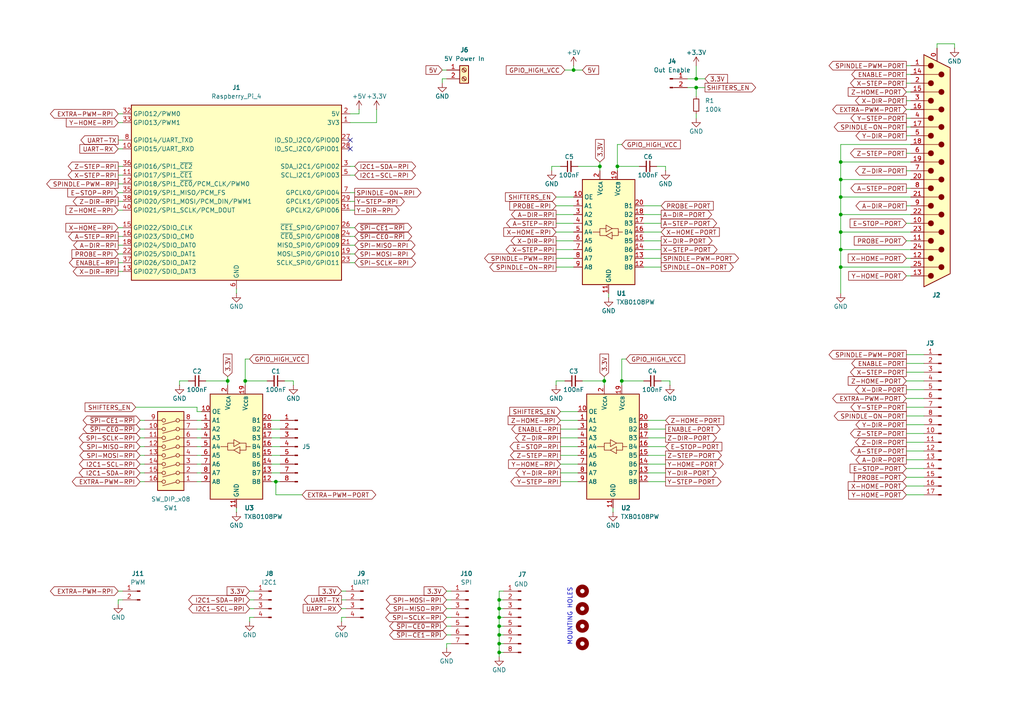
<source format=kicad_sch>
(kicad_sch
	(version 20231120)
	(generator "eeschema")
	(generator_version "8.0")
	(uuid "1c48def7-3baf-4d06-b196-4bb19a4c9561")
	(paper "A4")
	(title_block
		(title "Boblin")
		(date "2025-01-14")
		(rev "0.0.0")
		(company "Kynsight Gmbh")
		(comment 1 "GIT : https://git.keydev.me/kynsight/rpi_cnc_header/src/branch/V0.0")
		(comment 2 "WIKI : https://wiki.kynsight.com/en/home/projects/LinuxCnc/boblin")
		(comment 4 "Linux-CNC control using BoB. With serial pins available for Comm or GPIO use.")
	)
	
	(junction
		(at 243.84 72.39)
		(diameter 0)
		(color 0 0 0 0)
		(uuid "05728885-2416-4a5b-96a8-4afe5a322393")
	)
	(junction
		(at 144.78 181.61)
		(diameter 0)
		(color 0 0 0 0)
		(uuid "0684ec03-82ce-479f-9bb1-ab15d6177147")
	)
	(junction
		(at 243.84 57.15)
		(diameter 0)
		(color 0 0 0 0)
		(uuid "0c3f7eee-39ae-4cf5-b3bb-eefa8748e10b")
	)
	(junction
		(at 144.78 189.23)
		(diameter 0)
		(color 0 0 0 0)
		(uuid "28d266b0-3f41-4186-a860-acbd4e62ad28")
	)
	(junction
		(at 166.37 20.32)
		(diameter 0)
		(color 0 0 0 0)
		(uuid "37590321-6c9d-4814-b9fd-67a6c777f1f7")
	)
	(junction
		(at 80.01 139.7)
		(diameter 0)
		(color 0 0 0 0)
		(uuid "4571b70a-e8d1-44af-a4ed-ea69687a5e47")
	)
	(junction
		(at 243.84 46.99)
		(diameter 0)
		(color 0 0 0 0)
		(uuid "4dae4d0e-88fb-48b4-9cf0-35b32bd98f11")
	)
	(junction
		(at 243.84 52.07)
		(diameter 0)
		(color 0 0 0 0)
		(uuid "551497e0-32bf-4151-bea6-1d69aef24b84")
	)
	(junction
		(at 179.07 48.26)
		(diameter 0)
		(color 0 0 0 0)
		(uuid "5b34c94e-d301-46e5-8b72-6e082b279d6b")
	)
	(junction
		(at 144.78 179.07)
		(diameter 0)
		(color 0 0 0 0)
		(uuid "627342e4-33a7-4f18-9318-0d27a0bd3546")
	)
	(junction
		(at 173.99 48.26)
		(diameter 0)
		(color 0 0 0 0)
		(uuid "7a3b9a50-6b4e-42f1-8f9c-df237392a8b1")
	)
	(junction
		(at 71.12 110.49)
		(diameter 0)
		(color 0 0 0 0)
		(uuid "81b55372-9934-49f6-b598-353b0fa7869f")
	)
	(junction
		(at 144.78 186.69)
		(diameter 0)
		(color 0 0 0 0)
		(uuid "860361ae-9f1a-4908-8247-64fcf65069e7")
	)
	(junction
		(at 175.26 110.49)
		(diameter 0)
		(color 0 0 0 0)
		(uuid "99945d22-762f-449b-866b-385325d4cde4")
	)
	(junction
		(at 201.93 25.4)
		(diameter 0)
		(color 0 0 0 0)
		(uuid "9a6cd90d-bff5-47a1-9f47-0bfbfecac593")
	)
	(junction
		(at 180.34 110.49)
		(diameter 0)
		(color 0 0 0 0)
		(uuid "a8e938bc-6d9c-4f00-b31b-3845081e2eb2")
	)
	(junction
		(at 66.04 110.49)
		(diameter 0)
		(color 0 0 0 0)
		(uuid "bef84277-bb88-4557-8c92-8753a404cc50")
	)
	(junction
		(at 144.78 184.15)
		(diameter 0)
		(color 0 0 0 0)
		(uuid "ceeef4b0-0119-48df-bf3f-5eae1fc1d823")
	)
	(junction
		(at 243.84 62.23)
		(diameter 0)
		(color 0 0 0 0)
		(uuid "d3b45aeb-0190-46d3-b756-96159e31d5ca")
	)
	(junction
		(at 243.84 67.31)
		(diameter 0)
		(color 0 0 0 0)
		(uuid "df5d9845-8a24-47e5-b4f9-63b32d7f7a7c")
	)
	(junction
		(at 201.93 22.86)
		(diameter 0)
		(color 0 0 0 0)
		(uuid "e18c82da-0630-42a3-b1a8-232c985fc2a1")
	)
	(junction
		(at 243.84 77.47)
		(diameter 0)
		(color 0 0 0 0)
		(uuid "e7310e94-303f-4788-a996-f4fb01d4dc70")
	)
	(junction
		(at 144.78 176.53)
		(diameter 0)
		(color 0 0 0 0)
		(uuid "ef6200a9-66de-41b0-905a-83ba22e4476e")
	)
	(junction
		(at 144.78 173.99)
		(diameter 0)
		(color 0 0 0 0)
		(uuid "fd8782ef-3825-40f2-b20d-734d9a315bc0")
	)
	(no_connect
		(at 101.6 40.64)
		(uuid "2d023541-34b6-4f86-af3f-d7152811c505")
	)
	(no_connect
		(at 101.6 43.18)
		(uuid "4bbede99-c8ba-4a64-ba34-744bfcd9814c")
	)
	(wire
		(pts
			(xy 262.89 135.89) (xy 267.97 135.89)
		)
		(stroke
			(width 0)
			(type default)
		)
		(uuid "01610e21-f2d6-49c2-9155-7b2ea1ab1985")
	)
	(wire
		(pts
			(xy 80.01 139.7) (xy 81.28 139.7)
		)
		(stroke
			(width 0)
			(type default)
		)
		(uuid "01b5411e-408f-41f6-8099-025a5c589f82")
	)
	(wire
		(pts
			(xy 243.84 57.15) (xy 264.16 57.15)
		)
		(stroke
			(width 0)
			(type default)
		)
		(uuid "01f237aa-87b5-41b2-a3e9-f993b7388396")
	)
	(wire
		(pts
			(xy 129.54 184.15) (xy 130.81 184.15)
		)
		(stroke
			(width 0)
			(type default)
		)
		(uuid "03a510ea-64e4-4f67-ad8e-2c84448d5a29")
	)
	(wire
		(pts
			(xy 40.64 132.08) (xy 41.91 132.08)
		)
		(stroke
			(width 0)
			(type default)
		)
		(uuid "041c68fe-2146-4f42-84b2-44540bfa4f6a")
	)
	(wire
		(pts
			(xy 262.89 115.57) (xy 267.97 115.57)
		)
		(stroke
			(width 0)
			(type default)
		)
		(uuid "04a42903-0f66-4c7d-8dcd-4dc0d8e6cdfd")
	)
	(wire
		(pts
			(xy 179.07 41.91) (xy 179.07 48.26)
		)
		(stroke
			(width 0)
			(type default)
		)
		(uuid "04f3a5b5-90ff-42a0-857c-036d5edaf1fd")
	)
	(wire
		(pts
			(xy 99.06 173.99) (xy 100.33 173.99)
		)
		(stroke
			(width 0)
			(type default)
		)
		(uuid "05b72526-dcc3-4f70-bd24-962dec87f5fc")
	)
	(wire
		(pts
			(xy 34.29 71.12) (xy 35.56 71.12)
		)
		(stroke
			(width 0)
			(type default)
		)
		(uuid "07f07625-1b49-4d6c-a7f2-4891d84df7b8")
	)
	(wire
		(pts
			(xy 243.84 62.23) (xy 264.16 62.23)
		)
		(stroke
			(width 0)
			(type default)
		)
		(uuid "0a661cdb-e122-4dfd-8230-e8432dfacba0")
	)
	(wire
		(pts
			(xy 101.6 35.56) (xy 109.22 35.56)
		)
		(stroke
			(width 0)
			(type default)
		)
		(uuid "0b8a87ae-0a65-4fa3-9b96-c06d3477dc78")
	)
	(wire
		(pts
			(xy 144.78 184.15) (xy 146.05 184.15)
		)
		(stroke
			(width 0)
			(type default)
		)
		(uuid "0bb9f420-29a6-4df4-b215-a618d5855ded")
	)
	(wire
		(pts
			(xy 276.86 12.7) (xy 276.86 13.97)
		)
		(stroke
			(width 0)
			(type default)
		)
		(uuid "0c00b8e3-97e7-4937-bd61-7e6272ae0440")
	)
	(wire
		(pts
			(xy 34.29 40.64) (xy 35.56 40.64)
		)
		(stroke
			(width 0)
			(type default)
		)
		(uuid "0c51ec7f-4708-4267-9561-61240819070d")
	)
	(wire
		(pts
			(xy 191.77 110.49) (xy 194.31 110.49)
		)
		(stroke
			(width 0)
			(type default)
		)
		(uuid "0e1cc92d-0cfb-4fd8-8f79-e517dfe4900c")
	)
	(wire
		(pts
			(xy 78.74 124.46) (xy 81.28 124.46)
		)
		(stroke
			(width 0)
			(type default)
		)
		(uuid "0ebed0da-64c4-45a7-b379-fc73875c8c93")
	)
	(wire
		(pts
			(xy 186.69 72.39) (xy 191.77 72.39)
		)
		(stroke
			(width 0)
			(type default)
		)
		(uuid "0ff871d0-3702-408d-bfcd-8e9e1f4679f3")
	)
	(wire
		(pts
			(xy 102.87 66.04) (xy 101.6 66.04)
		)
		(stroke
			(width 0)
			(type default)
		)
		(uuid "106668b6-f890-4d84-93ac-98a0ca473103")
	)
	(wire
		(pts
			(xy 52.07 111.76) (xy 52.07 110.49)
		)
		(stroke
			(width 0)
			(type default)
		)
		(uuid "10c94144-52c1-4a0f-a0b1-6a3f7c6f17e2")
	)
	(wire
		(pts
			(xy 101.6 33.02) (xy 104.14 33.02)
		)
		(stroke
			(width 0)
			(type default)
		)
		(uuid "122f99f6-e28a-40f7-a57d-ec83eb8732f4")
	)
	(wire
		(pts
			(xy 85.09 111.76) (xy 85.09 110.49)
		)
		(stroke
			(width 0)
			(type default)
		)
		(uuid "126f3e7f-a2d6-4055-8250-f6b581969118")
	)
	(wire
		(pts
			(xy 243.84 52.07) (xy 243.84 57.15)
		)
		(stroke
			(width 0)
			(type default)
		)
		(uuid "13767d9a-93e9-4a8d-a1af-101661b06d7b")
	)
	(wire
		(pts
			(xy 262.89 107.95) (xy 267.97 107.95)
		)
		(stroke
			(width 0)
			(type default)
		)
		(uuid "147917f6-3ae6-4e20-bd77-c49e87741ccc")
	)
	(wire
		(pts
			(xy 262.89 80.01) (xy 264.16 80.01)
		)
		(stroke
			(width 0)
			(type default)
		)
		(uuid "15807582-b9ba-4f56-ad97-d1ef2326cd18")
	)
	(wire
		(pts
			(xy 66.04 109.22) (xy 66.04 110.49)
		)
		(stroke
			(width 0)
			(type default)
		)
		(uuid "16df898d-5a19-4354-a26e-3f7d59a82ee1")
	)
	(wire
		(pts
			(xy 176.53 85.09) (xy 176.53 86.36)
		)
		(stroke
			(width 0)
			(type default)
		)
		(uuid "1713b0c1-cda6-412d-bf9e-370772829de7")
	)
	(wire
		(pts
			(xy 262.89 31.75) (xy 264.16 31.75)
		)
		(stroke
			(width 0)
			(type default)
		)
		(uuid "17543bb3-d295-47d4-a23d-3608b31020b8")
	)
	(wire
		(pts
			(xy 201.93 25.4) (xy 201.93 27.94)
		)
		(stroke
			(width 0)
			(type default)
		)
		(uuid "1808ed9e-6639-4ca3-8293-5a18b6dd29a4")
	)
	(wire
		(pts
			(xy 71.12 110.49) (xy 77.47 110.49)
		)
		(stroke
			(width 0)
			(type default)
		)
		(uuid "186fe52e-1022-4de5-b4d6-6a7a61d5b011")
	)
	(wire
		(pts
			(xy 102.87 73.66) (xy 101.6 73.66)
		)
		(stroke
			(width 0)
			(type default)
		)
		(uuid "18a311d6-f9f8-4d30-b7ce-f032ead7d6d6")
	)
	(wire
		(pts
			(xy 187.96 124.46) (xy 193.04 124.46)
		)
		(stroke
			(width 0)
			(type default)
		)
		(uuid "1a28b8ea-a638-4655-8c71-9f65fe4ee592")
	)
	(wire
		(pts
			(xy 179.07 41.91) (xy 180.34 41.91)
		)
		(stroke
			(width 0)
			(type default)
		)
		(uuid "1b99817a-4262-406c-8475-f0fd4d3f5b84")
	)
	(wire
		(pts
			(xy 262.89 39.37) (xy 264.16 39.37)
		)
		(stroke
			(width 0)
			(type default)
		)
		(uuid "1bae0fbc-1f01-448a-86c9-ad04ee992c83")
	)
	(wire
		(pts
			(xy 161.29 111.76) (xy 161.29 110.49)
		)
		(stroke
			(width 0)
			(type default)
		)
		(uuid "1c1b2469-2b98-4819-8a6d-bc37cf28413e")
	)
	(wire
		(pts
			(xy 129.54 186.69) (xy 130.81 186.69)
		)
		(stroke
			(width 0)
			(type default)
		)
		(uuid "1d227e35-8be6-461c-80a6-b6910895c4f7")
	)
	(wire
		(pts
			(xy 34.29 78.74) (xy 35.56 78.74)
		)
		(stroke
			(width 0)
			(type default)
		)
		(uuid "1d8745b0-33b8-4220-b7d2-b4e2e5417368")
	)
	(wire
		(pts
			(xy 162.56 129.54) (xy 167.64 129.54)
		)
		(stroke
			(width 0)
			(type default)
		)
		(uuid "1e85848a-5a46-4722-820c-c76bd36cb9ae")
	)
	(wire
		(pts
			(xy 34.29 43.18) (xy 35.56 43.18)
		)
		(stroke
			(width 0)
			(type default)
		)
		(uuid "20250e62-f58e-4c12-b5b7-686037b5da3a")
	)
	(wire
		(pts
			(xy 162.56 139.7) (xy 167.64 139.7)
		)
		(stroke
			(width 0)
			(type default)
		)
		(uuid "20384ce6-7e9a-41c3-835a-19db30d136af")
	)
	(wire
		(pts
			(xy 34.29 73.66) (xy 35.56 73.66)
		)
		(stroke
			(width 0)
			(type default)
		)
		(uuid "20c8253e-10fd-4cd1-96f6-96676f7eaa36")
	)
	(wire
		(pts
			(xy 179.07 48.26) (xy 185.42 48.26)
		)
		(stroke
			(width 0)
			(type default)
		)
		(uuid "2107eb21-e446-43d0-ac60-400155034f1e")
	)
	(wire
		(pts
			(xy 262.89 64.77) (xy 264.16 64.77)
		)
		(stroke
			(width 0)
			(type default)
		)
		(uuid "21961fb2-63e6-4067-878d-e1717602f809")
	)
	(wire
		(pts
			(xy 128.27 24.13) (xy 128.27 22.86)
		)
		(stroke
			(width 0)
			(type default)
		)
		(uuid "21bebb56-1875-40fa-9aa3-69d200d33e19")
	)
	(wire
		(pts
			(xy 129.54 171.45) (xy 130.81 171.45)
		)
		(stroke
			(width 0)
			(type default)
		)
		(uuid "222b0001-9f8e-4f4c-bc8c-1496515b48f6")
	)
	(wire
		(pts
			(xy 80.01 143.51) (xy 80.01 139.7)
		)
		(stroke
			(width 0)
			(type default)
		)
		(uuid "2264c36f-90f8-4d1e-8d0d-ce270d5aea68")
	)
	(wire
		(pts
			(xy 102.87 71.12) (xy 101.6 71.12)
		)
		(stroke
			(width 0)
			(type default)
		)
		(uuid "2309a5f3-1ffd-4c04-a1c0-2f540aa14313")
	)
	(wire
		(pts
			(xy 243.84 46.99) (xy 264.16 46.99)
		)
		(stroke
			(width 0)
			(type default)
		)
		(uuid "233da214-c233-439d-b86b-84f0d0e62ad2")
	)
	(wire
		(pts
			(xy 262.89 113.03) (xy 267.97 113.03)
		)
		(stroke
			(width 0)
			(type default)
		)
		(uuid "247d9ed8-c6e2-4895-9591-57e8d417fc1b")
	)
	(wire
		(pts
			(xy 162.56 119.38) (xy 167.64 119.38)
		)
		(stroke
			(width 0)
			(type default)
		)
		(uuid "24cbc70d-c343-457a-ae11-68367c200414")
	)
	(wire
		(pts
			(xy 262.89 74.93) (xy 264.16 74.93)
		)
		(stroke
			(width 0)
			(type default)
		)
		(uuid "25890261-d6d2-42c2-9f16-511a2bb43071")
	)
	(wire
		(pts
			(xy 78.74 132.08) (xy 81.28 132.08)
		)
		(stroke
			(width 0)
			(type default)
		)
		(uuid "25d8729f-ca16-4fae-abf7-531bcbd43370")
	)
	(wire
		(pts
			(xy 161.29 59.69) (xy 166.37 59.69)
		)
		(stroke
			(width 0)
			(type default)
		)
		(uuid "26730f63-9825-46d1-af69-bc2d364c8f18")
	)
	(wire
		(pts
			(xy 82.55 110.49) (xy 85.09 110.49)
		)
		(stroke
			(width 0)
			(type default)
		)
		(uuid "2677071a-0f52-43ad-99c4-db026e8fe22b")
	)
	(wire
		(pts
			(xy 162.56 48.26) (xy 160.02 48.26)
		)
		(stroke
			(width 0)
			(type default)
		)
		(uuid "282ab614-e0c9-4933-8805-ab278294b3e0")
	)
	(wire
		(pts
			(xy 57.15 119.38) (xy 57.15 118.11)
		)
		(stroke
			(width 0)
			(type default)
		)
		(uuid "28cf270a-b4b8-49e2-94bb-e8974f651cc8")
	)
	(wire
		(pts
			(xy 161.29 62.23) (xy 166.37 62.23)
		)
		(stroke
			(width 0)
			(type default)
		)
		(uuid "29a133f7-fde7-4035-a424-3a636a9140de")
	)
	(wire
		(pts
			(xy 102.87 50.8) (xy 101.6 50.8)
		)
		(stroke
			(width 0)
			(type default)
		)
		(uuid "2b84e56f-41f4-474d-8163-bf3325bad651")
	)
	(wire
		(pts
			(xy 34.29 60.96) (xy 35.56 60.96)
		)
		(stroke
			(width 0)
			(type default)
		)
		(uuid "2e3f75f5-e38c-48d2-95ff-fc1886106f2c")
	)
	(wire
		(pts
			(xy 144.78 176.53) (xy 146.05 176.53)
		)
		(stroke
			(width 0)
			(type default)
		)
		(uuid "2e8b49ee-85e3-47d0-b8c3-f9ccfd99ab7c")
	)
	(wire
		(pts
			(xy 162.56 121.92) (xy 167.64 121.92)
		)
		(stroke
			(width 0)
			(type default)
		)
		(uuid "2f3d8b52-6f64-4ed6-b5de-0ae86283eb0e")
	)
	(wire
		(pts
			(xy 262.89 69.85) (xy 264.16 69.85)
		)
		(stroke
			(width 0)
			(type default)
		)
		(uuid "311de262-90b8-4696-af42-b0739e056269")
	)
	(wire
		(pts
			(xy 161.29 72.39) (xy 166.37 72.39)
		)
		(stroke
			(width 0)
			(type default)
		)
		(uuid "32777e87-7bc2-4194-9318-f0cfb448e92d")
	)
	(wire
		(pts
			(xy 78.74 137.16) (xy 81.28 137.16)
		)
		(stroke
			(width 0)
			(type default)
		)
		(uuid "32df9c6e-c2e4-4280-8ecc-c6947f7ee07a")
	)
	(wire
		(pts
			(xy 190.5 48.26) (xy 193.04 48.26)
		)
		(stroke
			(width 0)
			(type default)
		)
		(uuid "334f3d57-1cd6-45b9-be64-e456b1ad5dfe")
	)
	(wire
		(pts
			(xy 243.84 72.39) (xy 243.84 77.47)
		)
		(stroke
			(width 0)
			(type default)
		)
		(uuid "33969c61-5b60-468d-a627-fe99e197b09b")
	)
	(wire
		(pts
			(xy 144.78 186.69) (xy 146.05 186.69)
		)
		(stroke
			(width 0)
			(type default)
		)
		(uuid "35d6f1d8-64c9-4b4a-a5b0-aeec7e507772")
	)
	(wire
		(pts
			(xy 262.89 130.81) (xy 267.97 130.81)
		)
		(stroke
			(width 0)
			(type default)
		)
		(uuid "38d83992-c2ae-4eda-bba1-929440e8bc29")
	)
	(wire
		(pts
			(xy 58.42 119.38) (xy 57.15 119.38)
		)
		(stroke
			(width 0)
			(type default)
		)
		(uuid "3b481960-15c2-4764-b390-42363d42b724")
	)
	(wire
		(pts
			(xy 162.56 137.16) (xy 167.64 137.16)
		)
		(stroke
			(width 0)
			(type default)
		)
		(uuid "3e34296f-2113-4696-b14d-2ea95b0d7a22")
	)
	(wire
		(pts
			(xy 180.34 104.14) (xy 180.34 110.49)
		)
		(stroke
			(width 0)
			(type default)
		)
		(uuid "3fd5e555-251e-41de-9f27-ece82213d97c")
	)
	(wire
		(pts
			(xy 161.29 57.15) (xy 166.37 57.15)
		)
		(stroke
			(width 0)
			(type default)
		)
		(uuid "40917f62-ca4c-4d0d-b9fd-6c95c536b39a")
	)
	(wire
		(pts
			(xy 34.29 175.26) (xy 34.29 173.99)
		)
		(stroke
			(width 0)
			(type default)
		)
		(uuid "40e3fd79-f520-4759-99fd-ff57b4feee86")
	)
	(wire
		(pts
			(xy 34.29 76.2) (xy 35.56 76.2)
		)
		(stroke
			(width 0)
			(type default)
		)
		(uuid "41318bb4-403f-4ce7-8259-52002c40b3ff")
	)
	(wire
		(pts
			(xy 186.69 62.23) (xy 191.77 62.23)
		)
		(stroke
			(width 0)
			(type default)
		)
		(uuid "415a843a-caf6-4e47-b957-0f053dd7ec64")
	)
	(wire
		(pts
			(xy 177.8 147.32) (xy 177.8 148.59)
		)
		(stroke
			(width 0)
			(type default)
		)
		(uuid "4255d361-c0d9-40ea-bc8e-94cc2bb148ac")
	)
	(wire
		(pts
			(xy 262.89 19.05) (xy 264.16 19.05)
		)
		(stroke
			(width 0)
			(type default)
		)
		(uuid "425b2162-4e9a-4acb-a3a5-56c279fbb1ce")
	)
	(wire
		(pts
			(xy 186.69 69.85) (xy 191.77 69.85)
		)
		(stroke
			(width 0)
			(type default)
		)
		(uuid "42caa9d2-0c38-4a5b-9b33-00861ad152b4")
	)
	(wire
		(pts
			(xy 129.54 187.96) (xy 129.54 186.69)
		)
		(stroke
			(width 0)
			(type default)
		)
		(uuid "43a50810-8d30-4bab-9321-08eed0d6e62f")
	)
	(wire
		(pts
			(xy 193.04 49.53) (xy 193.04 48.26)
		)
		(stroke
			(width 0)
			(type default)
		)
		(uuid "44f7fa7e-4f1b-449a-9356-3360192b8e88")
	)
	(wire
		(pts
			(xy 34.29 50.8) (xy 35.56 50.8)
		)
		(stroke
			(width 0)
			(type default)
		)
		(uuid "47b77e7a-62d8-4c72-a0d7-4ce75f0dbdf2")
	)
	(wire
		(pts
			(xy 68.58 147.32) (xy 68.58 148.59)
		)
		(stroke
			(width 0)
			(type default)
		)
		(uuid "494ef41e-68b7-455e-b4c1-815b5a44290c")
	)
	(wire
		(pts
			(xy 87.63 143.51) (xy 80.01 143.51)
		)
		(stroke
			(width 0)
			(type default)
		)
		(uuid "496fadd9-cce7-4d49-b747-d7620e98d029")
	)
	(wire
		(pts
			(xy 243.84 77.47) (xy 264.16 77.47)
		)
		(stroke
			(width 0)
			(type default)
		)
		(uuid "4b0013f5-18e3-4b1f-ba93-b10c5670f195")
	)
	(wire
		(pts
			(xy 179.07 48.26) (xy 179.07 49.53)
		)
		(stroke
			(width 0)
			(type default)
		)
		(uuid "4c3b577b-18b8-4af5-a99c-bf7d00ca51cc")
	)
	(wire
		(pts
			(xy 262.89 110.49) (xy 267.97 110.49)
		)
		(stroke
			(width 0)
			(type default)
		)
		(uuid "4c77cd82-3854-46ce-bae0-b52a62b9e610")
	)
	(wire
		(pts
			(xy 144.78 179.07) (xy 144.78 181.61)
		)
		(stroke
			(width 0)
			(type default)
		)
		(uuid "4d2a530a-95f2-43f2-9012-d80917965363")
	)
	(wire
		(pts
			(xy 271.78 12.7) (xy 276.86 12.7)
		)
		(stroke
			(width 0)
			(type default)
		)
		(uuid "4e9b0502-9354-458e-b63b-09f207c33c72")
	)
	(wire
		(pts
			(xy 71.12 104.14) (xy 72.39 104.14)
		)
		(stroke
			(width 0)
			(type default)
		)
		(uuid "4fe3f9a5-b723-44ac-91c7-9c5037e63ca3")
	)
	(wire
		(pts
			(xy 78.74 139.7) (xy 80.01 139.7)
		)
		(stroke
			(width 0)
			(type default)
		)
		(uuid "52908f5f-bf6a-4ddd-a7b5-ee49e6650886")
	)
	(wire
		(pts
			(xy 262.89 128.27) (xy 267.97 128.27)
		)
		(stroke
			(width 0)
			(type default)
		)
		(uuid "52afc9f2-bc99-49ef-b359-31b6bd719ef9")
	)
	(wire
		(pts
			(xy 129.54 179.07) (xy 130.81 179.07)
		)
		(stroke
			(width 0)
			(type default)
		)
		(uuid "532b3e1f-5ce6-4546-82ae-0d8103dd9d48")
	)
	(wire
		(pts
			(xy 34.29 58.42) (xy 35.56 58.42)
		)
		(stroke
			(width 0)
			(type default)
		)
		(uuid "535f1b7a-30a6-450c-8c53-24453140dee8")
	)
	(wire
		(pts
			(xy 57.15 127) (xy 58.42 127)
		)
		(stroke
			(width 0)
			(type default)
		)
		(uuid "56422078-a8d2-4569-8255-4d4506f5d0a9")
	)
	(wire
		(pts
			(xy 262.89 59.69) (xy 264.16 59.69)
		)
		(stroke
			(width 0)
			(type default)
		)
		(uuid "568f0b7e-8dcd-4d9c-aaaf-8a208a01d2e8")
	)
	(wire
		(pts
			(xy 101.6 55.88) (xy 102.87 55.88)
		)
		(stroke
			(width 0)
			(type default)
		)
		(uuid "571a0f90-2a1a-465f-9759-db030fb6e3a1")
	)
	(wire
		(pts
			(xy 187.96 129.54) (xy 193.04 129.54)
		)
		(stroke
			(width 0)
			(type default)
		)
		(uuid "57240496-71ae-4526-8384-09b5928f50d5")
	)
	(wire
		(pts
			(xy 262.89 29.21) (xy 264.16 29.21)
		)
		(stroke
			(width 0)
			(type default)
		)
		(uuid "57be1269-6451-4415-a42f-da852de734eb")
	)
	(wire
		(pts
			(xy 243.84 67.31) (xy 243.84 72.39)
		)
		(stroke
			(width 0)
			(type default)
		)
		(uuid "57e2ed92-aabb-491e-9670-a6c799f07251")
	)
	(wire
		(pts
			(xy 144.78 173.99) (xy 144.78 176.53)
		)
		(stroke
			(width 0)
			(type default)
		)
		(uuid "584fc98d-df6c-4001-bda1-f5c1a4462159")
	)
	(wire
		(pts
			(xy 166.37 20.32) (xy 168.91 20.32)
		)
		(stroke
			(width 0)
			(type default)
		)
		(uuid "58d067e5-ef4e-4165-8b93-9990cd4cb0fa")
	)
	(wire
		(pts
			(xy 144.78 171.45) (xy 144.78 173.99)
		)
		(stroke
			(width 0)
			(type default)
		)
		(uuid "59c0b508-3f78-40ee-98c3-3ca4a06ee58f")
	)
	(wire
		(pts
			(xy 104.14 33.02) (xy 104.14 31.75)
		)
		(stroke
			(width 0)
			(type default)
		)
		(uuid "5bbb7989-dfe4-4578-9d48-e89d595b3d6c")
	)
	(wire
		(pts
			(xy 34.29 55.88) (xy 35.56 55.88)
		)
		(stroke
			(width 0)
			(type default)
		)
		(uuid "5d91bc9c-91c0-4dc2-a61d-142e12d92625")
	)
	(wire
		(pts
			(xy 39.37 118.11) (xy 57.15 118.11)
		)
		(stroke
			(width 0)
			(type default)
		)
		(uuid "5e2be706-5898-461c-9cb3-58bce4149c2e")
	)
	(wire
		(pts
			(xy 186.69 74.93) (xy 191.77 74.93)
		)
		(stroke
			(width 0)
			(type default)
		)
		(uuid "6124b803-05cc-45ce-ad75-dc6c0f33ffb0")
	)
	(wire
		(pts
			(xy 40.64 139.7) (xy 41.91 139.7)
		)
		(stroke
			(width 0)
			(type default)
		)
		(uuid "628d6c6c-50f1-4c9f-b0eb-7499a90475a1")
	)
	(wire
		(pts
			(xy 99.06 176.53) (xy 100.33 176.53)
		)
		(stroke
			(width 0)
			(type default)
		)
		(uuid "62f3d87f-a7ed-45dc-b842-964be4dc24c2")
	)
	(wire
		(pts
			(xy 201.93 33.02) (xy 201.93 34.29)
		)
		(stroke
			(width 0)
			(type default)
		)
		(uuid "631d9812-ebe4-4feb-89fd-6bc8e22bd9d0")
	)
	(wire
		(pts
			(xy 186.69 59.69) (xy 191.77 59.69)
		)
		(stroke
			(width 0)
			(type default)
		)
		(uuid "6423268f-a704-4b61-ba56-da783c9cef2c")
	)
	(wire
		(pts
			(xy 243.84 46.99) (xy 243.84 52.07)
		)
		(stroke
			(width 0)
			(type default)
		)
		(uuid "647e77a8-a62b-4c96-b2fe-722ec11c1d61")
	)
	(wire
		(pts
			(xy 262.89 133.35) (xy 267.97 133.35)
		)
		(stroke
			(width 0)
			(type default)
		)
		(uuid "64a3e911-abb2-4aed-9462-6d935331875a")
	)
	(wire
		(pts
			(xy 78.74 127) (xy 81.28 127)
		)
		(stroke
			(width 0)
			(type default)
		)
		(uuid "64e5b548-dd86-45ea-82f5-2e1ca7a6a14c")
	)
	(wire
		(pts
			(xy 128.27 20.32) (xy 129.54 20.32)
		)
		(stroke
			(width 0)
			(type default)
		)
		(uuid "64ff17c4-2017-4140-9298-189d89170309")
	)
	(wire
		(pts
			(xy 161.29 64.77) (xy 166.37 64.77)
		)
		(stroke
			(width 0)
			(type default)
		)
		(uuid "672f98df-e734-489f-b711-bb5b98625782")
	)
	(wire
		(pts
			(xy 72.39 171.45) (xy 73.66 171.45)
		)
		(stroke
			(width 0)
			(type default)
		)
		(uuid "677dbd86-47b8-4651-ba19-a21a0b393f3e")
	)
	(wire
		(pts
			(xy 160.02 49.53) (xy 160.02 48.26)
		)
		(stroke
			(width 0)
			(type default)
		)
		(uuid "67d68c94-c86e-439f-bd65-e251598bb6c4")
	)
	(wire
		(pts
			(xy 72.39 173.99) (xy 73.66 173.99)
		)
		(stroke
			(width 0)
			(type default)
		)
		(uuid "68cb9d9e-0f12-4697-b48c-18b208d462fa")
	)
	(wire
		(pts
			(xy 262.89 120.65) (xy 267.97 120.65)
		)
		(stroke
			(width 0)
			(type default)
		)
		(uuid "6a20c7b5-a5b1-4f1b-8643-6f87303ae69a")
	)
	(wire
		(pts
			(xy 262.89 34.29) (xy 264.16 34.29)
		)
		(stroke
			(width 0)
			(type default)
		)
		(uuid "6e06b7ce-9671-4f4a-af40-a3bf44260c2a")
	)
	(wire
		(pts
			(xy 180.34 104.14) (xy 181.61 104.14)
		)
		(stroke
			(width 0)
			(type default)
		)
		(uuid "6edb3790-741d-470f-83fb-620f46b7b28b")
	)
	(wire
		(pts
			(xy 262.89 102.87) (xy 267.97 102.87)
		)
		(stroke
			(width 0)
			(type default)
		)
		(uuid "6f74979a-816d-465b-adc3-4606a1ae65b4")
	)
	(wire
		(pts
			(xy 199.39 22.86) (xy 201.93 22.86)
		)
		(stroke
			(width 0)
			(type default)
		)
		(uuid "70b2cbeb-43f4-49b3-bf8d-2c9826de9554")
	)
	(wire
		(pts
			(xy 162.56 124.46) (xy 167.64 124.46)
		)
		(stroke
			(width 0)
			(type default)
		)
		(uuid "7326bde2-504a-438d-ad32-58802849c138")
	)
	(wire
		(pts
			(xy 99.06 179.07) (xy 99.06 180.34)
		)
		(stroke
			(width 0)
			(type default)
		)
		(uuid "78809bad-f9cc-429e-bda8-0a8c2c91289a")
	)
	(wire
		(pts
			(xy 144.78 184.15) (xy 144.78 186.69)
		)
		(stroke
			(width 0)
			(type default)
		)
		(uuid "79cdde69-66e0-4021-8481-ed4c3a269c98")
	)
	(wire
		(pts
			(xy 68.58 83.82) (xy 68.58 85.09)
		)
		(stroke
			(width 0)
			(type default)
		)
		(uuid "79e46990-46bd-4958-a3a4-e2e8e277c362")
	)
	(wire
		(pts
			(xy 199.39 25.4) (xy 201.93 25.4)
		)
		(stroke
			(width 0)
			(type default)
		)
		(uuid "7a8af5c5-c39f-456a-8aab-80256a4d5cc0")
	)
	(wire
		(pts
			(xy 102.87 48.26) (xy 101.6 48.26)
		)
		(stroke
			(width 0)
			(type default)
		)
		(uuid "7ac2d35e-40e4-4f41-93e7-a9ac39530ee3")
	)
	(wire
		(pts
			(xy 34.29 171.45) (xy 35.56 171.45)
		)
		(stroke
			(width 0)
			(type default)
		)
		(uuid "7b039a11-fc44-4cf1-8b54-446093ea126e")
	)
	(wire
		(pts
			(xy 173.99 48.26) (xy 167.64 48.26)
		)
		(stroke
			(width 0)
			(type default)
		)
		(uuid "7c773f84-ec50-4af8-aea0-e103ea14953e")
	)
	(wire
		(pts
			(xy 187.96 139.7) (xy 193.04 139.7)
		)
		(stroke
			(width 0)
			(type default)
		)
		(uuid "7d2a9a19-74f5-4e81-82a0-867931338ea5")
	)
	(wire
		(pts
			(xy 262.89 21.59) (xy 264.16 21.59)
		)
		(stroke
			(width 0)
			(type default)
		)
		(uuid "7d8ca9e1-bc99-4525-b2d3-7151f1d5463e")
	)
	(wire
		(pts
			(xy 243.84 72.39) (xy 264.16 72.39)
		)
		(stroke
			(width 0)
			(type default)
		)
		(uuid "7dec645e-52b3-44e0-b0bf-31d968cf98dd")
	)
	(wire
		(pts
			(xy 34.29 53.34) (xy 35.56 53.34)
		)
		(stroke
			(width 0)
			(type default)
		)
		(uuid "7dee887e-0879-4fb4-9839-98493101cc6b")
	)
	(wire
		(pts
			(xy 57.15 121.92) (xy 58.42 121.92)
		)
		(stroke
			(width 0)
			(type default)
		)
		(uuid "7f5507a6-f838-41e5-a21a-2040e2eb8aa1")
	)
	(wire
		(pts
			(xy 144.78 179.07) (xy 146.05 179.07)
		)
		(stroke
			(width 0)
			(type default)
		)
		(uuid "80176dc3-0e91-4eef-a078-0c0076a2128e")
	)
	(wire
		(pts
			(xy 262.89 54.61) (xy 264.16 54.61)
		)
		(stroke
			(width 0)
			(type default)
		)
		(uuid "8061b6a9-5dc8-441b-948a-3da9ad2e38cb")
	)
	(wire
		(pts
			(xy 264.16 41.91) (xy 243.84 41.91)
		)
		(stroke
			(width 0)
			(type default)
		)
		(uuid "82abc3a0-9a93-4bb1-8b66-d713e3cdcc11")
	)
	(wire
		(pts
			(xy 71.12 104.14) (xy 71.12 110.49)
		)
		(stroke
			(width 0)
			(type default)
		)
		(uuid "835d8d75-8f1a-4fd0-a08f-290e511230ac")
	)
	(wire
		(pts
			(xy 187.96 121.92) (xy 193.04 121.92)
		)
		(stroke
			(width 0)
			(type default)
		)
		(uuid "83cbc0e0-ca4c-4e25-8bf5-b9e121828a42")
	)
	(wire
		(pts
			(xy 161.29 74.93) (xy 166.37 74.93)
		)
		(stroke
			(width 0)
			(type default)
		)
		(uuid "84a59538-1af3-4dbb-bca6-b81c56509983")
	)
	(wire
		(pts
			(xy 173.99 49.53) (xy 173.99 48.26)
		)
		(stroke
			(width 0)
			(type default)
		)
		(uuid "87869ffd-bab4-4333-a5f2-66737f45f5a1")
	)
	(wire
		(pts
			(xy 72.39 176.53) (xy 73.66 176.53)
		)
		(stroke
			(width 0)
			(type default)
		)
		(uuid "87e845c7-9b8f-4647-a632-b2fe0ba135ad")
	)
	(wire
		(pts
			(xy 243.84 62.23) (xy 243.84 67.31)
		)
		(stroke
			(width 0)
			(type default)
		)
		(uuid "8833b6de-5551-410d-9fec-536548116a90")
	)
	(wire
		(pts
			(xy 262.89 125.73) (xy 267.97 125.73)
		)
		(stroke
			(width 0)
			(type default)
		)
		(uuid "898a1140-7643-4afa-80ad-7a0a7d6a06c5")
	)
	(wire
		(pts
			(xy 262.89 138.43) (xy 267.97 138.43)
		)
		(stroke
			(width 0)
			(type default)
		)
		(uuid "89c0f707-cdf4-4581-aa81-d6b2d104a451")
	)
	(wire
		(pts
			(xy 262.89 105.41) (xy 267.97 105.41)
		)
		(stroke
			(width 0)
			(type default)
		)
		(uuid "89fdb873-8c36-4b4a-bda3-ad88efd48695")
	)
	(wire
		(pts
			(xy 201.93 22.86) (xy 204.47 22.86)
		)
		(stroke
			(width 0)
			(type default)
		)
		(uuid "8e4713ab-acaf-4007-9779-949d28263367")
	)
	(wire
		(pts
			(xy 78.74 129.54) (xy 81.28 129.54)
		)
		(stroke
			(width 0)
			(type default)
		)
		(uuid "935931c7-21f5-429d-ae0d-3f1221893215")
	)
	(wire
		(pts
			(xy 144.78 181.61) (xy 146.05 181.61)
		)
		(stroke
			(width 0)
			(type default)
		)
		(uuid "956e4093-f7d3-4fb1-9b65-854923b264df")
	)
	(wire
		(pts
			(xy 144.78 189.23) (xy 144.78 190.5)
		)
		(stroke
			(width 0)
			(type default)
		)
		(uuid "969cf617-4736-4a68-bca6-bde849665c55")
	)
	(wire
		(pts
			(xy 99.06 171.45) (xy 100.33 171.45)
		)
		(stroke
			(width 0)
			(type default)
		)
		(uuid "974101c2-4f9c-4e0d-a230-1606ff1ea41d")
	)
	(wire
		(pts
			(xy 102.87 68.58) (xy 101.6 68.58)
		)
		(stroke
			(width 0)
			(type default)
		)
		(uuid "979d17de-2737-443d-a567-0bf3b18c57a3")
	)
	(wire
		(pts
			(xy 144.78 176.53) (xy 144.78 179.07)
		)
		(stroke
			(width 0)
			(type default)
		)
		(uuid "99be3b82-3f1d-4e60-8b5a-e860a267ff3e")
	)
	(wire
		(pts
			(xy 262.89 140.97) (xy 267.97 140.97)
		)
		(stroke
			(width 0)
			(type default)
		)
		(uuid "9ab45887-2afe-4c1d-b070-dbae0567e4fb")
	)
	(wire
		(pts
			(xy 144.78 186.69) (xy 144.78 189.23)
		)
		(stroke
			(width 0)
			(type default)
		)
		(uuid "9b6e2b1d-f849-48c7-ad0d-dcb62a042020")
	)
	(wire
		(pts
			(xy 129.54 173.99) (xy 130.81 173.99)
		)
		(stroke
			(width 0)
			(type default)
		)
		(uuid "9be677f9-e882-4fd1-8385-5bb6d166c25b")
	)
	(wire
		(pts
			(xy 40.64 121.92) (xy 41.91 121.92)
		)
		(stroke
			(width 0)
			(type default)
		)
		(uuid "9d4db51f-0a5a-433c-bc5b-660a5431cb88")
	)
	(wire
		(pts
			(xy 144.78 189.23) (xy 146.05 189.23)
		)
		(stroke
			(width 0)
			(type default)
		)
		(uuid "9ef3b90c-ca01-4927-a460-205d7fcf792a")
	)
	(wire
		(pts
			(xy 243.84 41.91) (xy 243.84 46.99)
		)
		(stroke
			(width 0)
			(type default)
		)
		(uuid "9f131dc3-8f33-4a44-b7bc-92fc0c616b33")
	)
	(wire
		(pts
			(xy 262.89 118.11) (xy 267.97 118.11)
		)
		(stroke
			(width 0)
			(type default)
		)
		(uuid "9f4e122f-320d-4ee4-827c-7232e4cf5c6b")
	)
	(wire
		(pts
			(xy 162.56 132.08) (xy 167.64 132.08)
		)
		(stroke
			(width 0)
			(type default)
		)
		(uuid "9fb9b46b-5189-4f43-a088-942277306972")
	)
	(wire
		(pts
			(xy 40.64 137.16) (xy 41.91 137.16)
		)
		(stroke
			(width 0)
			(type default)
		)
		(uuid "a08c78b5-b6cc-41bd-81b2-0fd7806cf1a8")
	)
	(wire
		(pts
			(xy 243.84 67.31) (xy 264.16 67.31)
		)
		(stroke
			(width 0)
			(type default)
		)
		(uuid "a2460686-43e7-49a8-bc52-3329ec1a5c17")
	)
	(wire
		(pts
			(xy 243.84 52.07) (xy 264.16 52.07)
		)
		(stroke
			(width 0)
			(type default)
		)
		(uuid "a2794a1c-1feb-4b9d-93fc-a1f527bd5dee")
	)
	(wire
		(pts
			(xy 73.66 179.07) (xy 72.39 179.07)
		)
		(stroke
			(width 0)
			(type default)
		)
		(uuid "a2fb17e1-f099-46f4-8d1a-2feef4b5a887")
	)
	(wire
		(pts
			(xy 78.74 121.92) (xy 81.28 121.92)
		)
		(stroke
			(width 0)
			(type default)
		)
		(uuid "a4084261-51d6-4c09-8862-5a02c49e2563")
	)
	(wire
		(pts
			(xy 128.27 22.86) (xy 129.54 22.86)
		)
		(stroke
			(width 0)
			(type default)
		)
		(uuid "a67d0858-5029-4c0d-b4ad-f4300c27af34")
	)
	(wire
		(pts
			(xy 262.89 36.83) (xy 264.16 36.83)
		)
		(stroke
			(width 0)
			(type default)
		)
		(uuid "a6c3451a-867a-4e09-9a57-a60d8b1631e9")
	)
	(wire
		(pts
			(xy 162.56 127) (xy 167.64 127)
		)
		(stroke
			(width 0)
			(type default)
		)
		(uuid "a75a314c-55f8-426b-b795-a58ce5376bb4")
	)
	(wire
		(pts
			(xy 201.93 25.4) (xy 204.47 25.4)
		)
		(stroke
			(width 0)
			(type default)
		)
		(uuid "ab0a9fee-db68-44fe-8d2a-54a27689826a")
	)
	(wire
		(pts
			(xy 34.29 33.02) (xy 35.56 33.02)
		)
		(stroke
			(width 0)
			(type default)
		)
		(uuid "ab7d9a93-86b7-4454-9f11-c946b8367c9c")
	)
	(wire
		(pts
			(xy 40.64 127) (xy 41.91 127)
		)
		(stroke
			(width 0)
			(type default)
		)
		(uuid "ac11cfa4-ad1c-4c7c-8724-a64c2e0efbd1")
	)
	(wire
		(pts
			(xy 57.15 124.46) (xy 58.42 124.46)
		)
		(stroke
			(width 0)
			(type default)
		)
		(uuid "ac25a5e6-aa52-408e-91e7-97f3a87b221a")
	)
	(wire
		(pts
			(xy 161.29 67.31) (xy 166.37 67.31)
		)
		(stroke
			(width 0)
			(type default)
		)
		(uuid "adf911f0-c72d-40e8-a80c-8565c55bb3f7")
	)
	(wire
		(pts
			(xy 109.22 35.56) (xy 109.22 31.75)
		)
		(stroke
			(width 0)
			(type default)
		)
		(uuid "af2073a3-0860-4fef-a2af-9d6ad5114db6")
	)
	(wire
		(pts
			(xy 144.78 173.99) (xy 146.05 173.99)
		)
		(stroke
			(width 0)
			(type default)
		)
		(uuid "b0aff780-0f8e-4f8e-8f95-60dad447947e")
	)
	(wire
		(pts
			(xy 54.61 110.49) (xy 52.07 110.49)
		)
		(stroke
			(width 0)
			(type default)
		)
		(uuid "b0f9c4cb-39e9-4d5a-8967-eca40a28aba5")
	)
	(wire
		(pts
			(xy 161.29 69.85) (xy 166.37 69.85)
		)
		(stroke
			(width 0)
			(type default)
		)
		(uuid "b38830fd-9c48-494a-842a-79b79e04c084")
	)
	(wire
		(pts
			(xy 71.12 110.49) (xy 71.12 111.76)
		)
		(stroke
			(width 0)
			(type default)
		)
		(uuid "b3b9471e-a464-493f-9f67-c1737bc4841e")
	)
	(wire
		(pts
			(xy 129.54 176.53) (xy 130.81 176.53)
		)
		(stroke
			(width 0)
			(type default)
		)
		(uuid "b629f495-bcfc-4e99-8589-dac84b3b485c")
	)
	(wire
		(pts
			(xy 57.15 137.16) (xy 58.42 137.16)
		)
		(stroke
			(width 0)
			(type default)
		)
		(uuid "b67f155d-33f5-4d88-bf6f-70cf959ebf5a")
	)
	(wire
		(pts
			(xy 161.29 77.47) (xy 166.37 77.47)
		)
		(stroke
			(width 0)
			(type default)
		)
		(uuid "b68cca60-c816-4709-8fdd-96be4aeb591e")
	)
	(wire
		(pts
			(xy 101.6 58.42) (xy 102.87 58.42)
		)
		(stroke
			(width 0)
			(type default)
		)
		(uuid "b82850d0-46a4-4913-bb42-a264fb256833")
	)
	(wire
		(pts
			(xy 262.89 44.45) (xy 264.16 44.45)
		)
		(stroke
			(width 0)
			(type default)
		)
		(uuid "bb3727f5-5c79-4948-8cb3-34d9a74c8cdc")
	)
	(wire
		(pts
			(xy 100.33 179.07) (xy 99.06 179.07)
		)
		(stroke
			(width 0)
			(type default)
		)
		(uuid "bc85ea09-2f2b-4423-ace8-daee24dbb118")
	)
	(wire
		(pts
			(xy 173.99 46.99) (xy 173.99 48.26)
		)
		(stroke
			(width 0)
			(type default)
		)
		(uuid "c0787caa-3120-44ad-b289-cd628eb296fb")
	)
	(wire
		(pts
			(xy 175.26 110.49) (xy 175.26 111.76)
		)
		(stroke
			(width 0)
			(type default)
		)
		(uuid "c087561e-fc3a-4e98-8aed-1163232a28ea")
	)
	(wire
		(pts
			(xy 40.64 124.46) (xy 41.91 124.46)
		)
		(stroke
			(width 0)
			(type default)
		)
		(uuid "c46271c3-bbd1-4be2-a542-85561dbff401")
	)
	(wire
		(pts
			(xy 180.34 110.49) (xy 180.34 111.76)
		)
		(stroke
			(width 0)
			(type default)
		)
		(uuid "c5150a82-0162-42ad-a2cc-a2f580239c92")
	)
	(wire
		(pts
			(xy 57.15 139.7) (xy 58.42 139.7)
		)
		(stroke
			(width 0)
			(type default)
		)
		(uuid "c64d96d8-9478-4d80-9d19-84438c67b18e")
	)
	(wire
		(pts
			(xy 175.26 109.22) (xy 175.26 110.49)
		)
		(stroke
			(width 0)
			(type default)
		)
		(uuid "c68db9ce-33f6-41af-8404-baefdbe772ee")
	)
	(wire
		(pts
			(xy 34.29 66.04) (xy 35.56 66.04)
		)
		(stroke
			(width 0)
			(type default)
		)
		(uuid "c8eaa626-a502-4cb6-8f8a-2b4ebfcf0d2f")
	)
	(wire
		(pts
			(xy 57.15 129.54) (xy 58.42 129.54)
		)
		(stroke
			(width 0)
			(type default)
		)
		(uuid "ca2ed027-a47b-4286-8ba1-3e85e51c2c48")
	)
	(wire
		(pts
			(xy 57.15 134.62) (xy 58.42 134.62)
		)
		(stroke
			(width 0)
			(type default)
		)
		(uuid "ca4baaee-9b63-4475-a0f4-599f1ec4416f")
	)
	(wire
		(pts
			(xy 201.93 19.05) (xy 201.93 22.86)
		)
		(stroke
			(width 0)
			(type default)
		)
		(uuid "cbd9f7b6-1746-4683-a1c1-73adab04aa81")
	)
	(wire
		(pts
			(xy 262.89 143.51) (xy 267.97 143.51)
		)
		(stroke
			(width 0)
			(type default)
		)
		(uuid "d25ad324-5627-499e-b0fc-c72bcadd3f8a")
	)
	(wire
		(pts
			(xy 102.87 76.2) (xy 101.6 76.2)
		)
		(stroke
			(width 0)
			(type default)
		)
		(uuid "d484f734-01d5-4df9-9715-5b6ca68375d7")
	)
	(wire
		(pts
			(xy 166.37 19.05) (xy 166.37 20.32)
		)
		(stroke
			(width 0)
			(type default)
		)
		(uuid "d6b0277c-22fa-448b-b702-03ff2e75c1ff")
	)
	(wire
		(pts
			(xy 175.26 110.49) (xy 168.91 110.49)
		)
		(stroke
			(width 0)
			(type default)
		)
		(uuid "d93ad40c-5e55-40ca-a0f6-aa78e661f308")
	)
	(wire
		(pts
			(xy 162.56 134.62) (xy 167.64 134.62)
		)
		(stroke
			(width 0)
			(type default)
		)
		(uuid "da2488e3-178b-4476-97e6-df31d58a1f0c")
	)
	(wire
		(pts
			(xy 243.84 57.15) (xy 243.84 62.23)
		)
		(stroke
			(width 0)
			(type default)
		)
		(uuid "dc9b08ba-a1bc-4e19-bd6c-b4cae4909d07")
	)
	(wire
		(pts
			(xy 187.96 132.08) (xy 193.04 132.08)
		)
		(stroke
			(width 0)
			(type default)
		)
		(uuid "dce0ea55-91bd-435e-948b-10dc45d20675")
	)
	(wire
		(pts
			(xy 262.89 123.19) (xy 267.97 123.19)
		)
		(stroke
			(width 0)
			(type default)
		)
		(uuid "dcf4ff51-af70-45b9-8648-3096c3f69414")
	)
	(wire
		(pts
			(xy 194.31 111.76) (xy 194.31 110.49)
		)
		(stroke
			(width 0)
			(type default)
		)
		(uuid "dd826e2f-8d17-467c-8920-ac6db0d77bc0")
	)
	(wire
		(pts
			(xy 163.83 110.49) (xy 161.29 110.49)
		)
		(stroke
			(width 0)
			(type default)
		)
		(uuid "df2920b3-1546-4e52-a324-117b316a8656")
	)
	(wire
		(pts
			(xy 34.29 173.99) (xy 35.56 173.99)
		)
		(stroke
			(width 0)
			(type default)
		)
		(uuid "e0dc1e5c-f545-4880-9bd8-8b81ced75570")
	)
	(wire
		(pts
			(xy 66.04 110.49) (xy 59.69 110.49)
		)
		(stroke
			(width 0)
			(type default)
		)
		(uuid "e10efb35-6931-4cb6-9324-9651b1c7b54a")
	)
	(wire
		(pts
			(xy 243.84 77.47) (xy 243.84 85.09)
		)
		(stroke
			(width 0)
			(type default)
		)
		(uuid "e1cae4b3-822d-4c59-bef7-f993979d9e9e")
	)
	(wire
		(pts
			(xy 186.69 67.31) (xy 191.77 67.31)
		)
		(stroke
			(width 0)
			(type default)
		)
		(uuid "e324d6ad-5d50-4069-82ce-88e677b8e643")
	)
	(wire
		(pts
			(xy 40.64 134.62) (xy 41.91 134.62)
		)
		(stroke
			(width 0)
			(type default)
		)
		(uuid "e48d9928-bc5d-4396-9219-c7dc447eb527")
	)
	(wire
		(pts
			(xy 78.74 134.62) (xy 81.28 134.62)
		)
		(stroke
			(width 0)
			(type default)
		)
		(uuid "e5fec8d3-f231-401e-a4dd-fef70e12adcd")
	)
	(wire
		(pts
			(xy 262.89 26.67) (xy 264.16 26.67)
		)
		(stroke
			(width 0)
			(type default)
		)
		(uuid "e7e71785-b6a5-44cb-8693-8eb2f476ac63")
	)
	(wire
		(pts
			(xy 187.96 137.16) (xy 193.04 137.16)
		)
		(stroke
			(width 0)
			(type default)
		)
		(uuid "eae185c5-3de6-43e8-8b28-1c6baaba3381")
	)
	(wire
		(pts
			(xy 163.83 20.32) (xy 166.37 20.32)
		)
		(stroke
			(width 0)
			(type default)
		)
		(uuid "eb1092dc-9c48-4888-acc6-44413f7cb48b")
	)
	(wire
		(pts
			(xy 34.29 48.26) (xy 35.56 48.26)
		)
		(stroke
			(width 0)
			(type default)
		)
		(uuid "ec54e1c8-be84-451a-8a94-d2d108032be0")
	)
	(wire
		(pts
			(xy 40.64 129.54) (xy 41.91 129.54)
		)
		(stroke
			(width 0)
			(type default)
		)
		(uuid "ed50d300-c1ea-4ab3-823d-da1359a5103c")
	)
	(wire
		(pts
			(xy 72.39 179.07) (xy 72.39 180.34)
		)
		(stroke
			(width 0)
			(type default)
		)
		(uuid "ed6741e3-9a6c-4075-a973-b413c547f95f")
	)
	(wire
		(pts
			(xy 187.96 134.62) (xy 193.04 134.62)
		)
		(stroke
			(width 0)
			(type default)
		)
		(uuid "ee476a4f-1a93-47f8-93b9-3630d33bafae")
	)
	(wire
		(pts
			(xy 66.04 111.76) (xy 66.04 110.49)
		)
		(stroke
			(width 0)
			(type default)
		)
		(uuid "efa87495-1640-4b52-9e4c-176b88c44258")
	)
	(wire
		(pts
			(xy 271.78 13.97) (xy 271.78 12.7)
		)
		(stroke
			(width 0)
			(type default)
		)
		(uuid "f3b6a6c1-ec6c-493d-bbd8-65bcbe8ff65c")
	)
	(wire
		(pts
			(xy 129.54 181.61) (xy 130.81 181.61)
		)
		(stroke
			(width 0)
			(type default)
		)
		(uuid "f49d15b9-8c10-49b6-87e5-79666f9a5936")
	)
	(wire
		(pts
			(xy 186.69 64.77) (xy 191.77 64.77)
		)
		(stroke
			(width 0)
			(type default)
		)
		(uuid "f4f62afb-cbf5-4c6f-9610-701f40dd8398")
	)
	(wire
		(pts
			(xy 34.29 68.58) (xy 35.56 68.58)
		)
		(stroke
			(width 0)
			(type default)
		)
		(uuid "f5f45f1c-befd-4fd1-b567-bfdac3b1047f")
	)
	(wire
		(pts
			(xy 34.29 35.56) (xy 35.56 35.56)
		)
		(stroke
			(width 0)
			(type default)
		)
		(uuid "f5f73810-44d4-4b99-96d2-b9baaa80dff9")
	)
	(wire
		(pts
			(xy 262.89 24.13) (xy 264.16 24.13)
		)
		(stroke
			(width 0)
			(type default)
		)
		(uuid "f7f1ea95-49c8-467b-95db-0bf3d6af4897")
	)
	(wire
		(pts
			(xy 102.87 60.96) (xy 101.6 60.96)
		)
		(stroke
			(width 0)
			(type default)
		)
		(uuid "f8c812f5-4c5c-4db7-973f-0935f09d25c7")
	)
	(wire
		(pts
			(xy 57.15 132.08) (xy 58.42 132.08)
		)
		(stroke
			(width 0)
			(type default)
		)
		(uuid "f9d82d7c-0fb7-46aa-85ff-5eb741f4e10c")
	)
	(wire
		(pts
			(xy 146.05 171.45) (xy 144.78 171.45)
		)
		(stroke
			(width 0)
			(type default)
		)
		(uuid "faac03cf-afb2-4f42-bdfd-4f125bbee9b0")
	)
	(wire
		(pts
			(xy 180.34 110.49) (xy 186.69 110.49)
		)
		(stroke
			(width 0)
			(type default)
		)
		(uuid "fc638c68-918a-4569-9cac-0698acee71f6")
	)
	(wire
		(pts
			(xy 262.89 49.53) (xy 264.16 49.53)
		)
		(stroke
			(width 0)
			(type default)
		)
		(uuid "fd5c5684-4fb7-4a86-b00b-5135cdbb5439")
	)
	(wire
		(pts
			(xy 186.69 77.47) (xy 191.77 77.47)
		)
		(stroke
			(width 0)
			(type default)
		)
		(uuid "fea0397c-297e-43de-8556-42100e19a89c")
	)
	(wire
		(pts
			(xy 144.78 181.61) (xy 144.78 184.15)
		)
		(stroke
			(width 0)
			(type default)
		)
		(uuid "ff7bdeb9-87b2-4331-95de-18b4db00887a")
	)
	(wire
		(pts
			(xy 187.96 127) (xy 193.04 127)
		)
		(stroke
			(width 0)
			(type default)
		)
		(uuid "ff89108d-e71a-4a6b-bd70-f253cc4d6bdb")
	)
	(text "MOUNTING HOLES"
		(exclude_from_sim no)
		(at 165.354 178.816 90)
		(effects
			(font
				(size 1.27 1.27)
			)
		)
		(uuid "3f796144-f5b8-4dfa-812a-31b92a5598f5")
	)
	(global_label "Y-HOME-PORT"
		(shape output)
		(at 193.04 134.62 0)
		(fields_autoplaced yes)
		(effects
			(font
				(size 1.27 1.27)
			)
			(justify left)
		)
		(uuid "01561dd7-8a64-4a33-b96e-0c84f109dadc")
		(property "Intersheetrefs" "${INTERSHEET_REFS}"
			(at 210.3581 134.62 0)
			(effects
				(font
					(size 1.27 1.27)
				)
				(justify left)
				(hide yes)
			)
		)
		(property "Netclass" "PORT"
			(at 193.04 136.8108 0)
			(effects
				(font
					(size 1.27 1.27)
				)
				(justify left)
				(hide yes)
			)
		)
	)
	(global_label "X-STEP-PORT"
		(shape output)
		(at 262.89 107.95 180)
		(fields_autoplaced yes)
		(effects
			(font
				(size 1.27 1.27)
			)
			(justify right)
		)
		(uuid "0262f914-62bb-4042-a8f3-08863a4324cd")
		(property "Intersheetrefs" "${INTERSHEET_REFS}"
			(at 246.1163 107.95 0)
			(effects
				(font
					(size 1.27 1.27)
				)
				(justify right)
				(hide yes)
			)
		)
		(property "Netclass" "PORT"
			(at 262.89 110.1408 0)
			(effects
				(font
					(size 1.27 1.27)
				)
				(justify right)
				(hide yes)
			)
		)
	)
	(global_label "E-STOP-RPI"
		(shape input)
		(at 34.29 55.88 180)
		(fields_autoplaced yes)
		(effects
			(font
				(size 1.27 1.27)
			)
			(justify right)
		)
		(uuid "0356bfd0-5bb9-4ccb-92f3-081df585a4c0")
		(property "Intersheetrefs" "${INTERSHEET_REFS}"
			(at 19.0886 55.88 0)
			(effects
				(font
					(size 1.27 1.27)
				)
				(justify right)
				(hide yes)
			)
		)
		(property "Netclass" "RPI"
			(at 34.29 58.0708 0)
			(effects
				(font
					(size 1.27 1.27)
				)
				(justify right)
				(hide yes)
			)
		)
	)
	(global_label "Z-HOME-PORT"
		(shape input)
		(at 262.89 110.49 180)
		(fields_autoplaced yes)
		(effects
			(font
				(size 1.27 1.27)
			)
			(justify right)
		)
		(uuid "0443d64e-4ebc-4283-85b1-79d6c6ed0f45")
		(property "Intersheetrefs" "${INTERSHEET_REFS}"
			(at 245.451 110.49 0)
			(effects
				(font
					(size 1.27 1.27)
				)
				(justify right)
				(hide yes)
			)
		)
		(property "Netclass" "PORT"
			(at 262.89 112.6808 0)
			(effects
				(font
					(size 1.27 1.27)
				)
				(justify right)
				(hide yes)
			)
		)
	)
	(global_label "Y-DIR-PORT"
		(shape output)
		(at 262.89 123.19 180)
		(fields_autoplaced yes)
		(effects
			(font
				(size 1.27 1.27)
			)
			(justify right)
		)
		(uuid "07b5dc02-ba8e-42ad-b01b-5737fbea1d29")
		(property "Intersheetrefs" "${INTERSHEET_REFS}"
			(at 247.6885 123.19 0)
			(effects
				(font
					(size 1.27 1.27)
				)
				(justify right)
				(hide yes)
			)
		)
		(property "Netclass" "PORT"
			(at 262.89 125.3808 0)
			(effects
				(font
					(size 1.27 1.27)
				)
				(justify right)
				(hide yes)
			)
		)
	)
	(global_label "SPINDLE-ON-RPI"
		(shape output)
		(at 161.29 77.47 180)
		(fields_autoplaced yes)
		(effects
			(font
				(size 1.27 1.27)
			)
			(justify right)
		)
		(uuid "0ec3ced3-0a02-423c-9b7c-7d6e9773e175")
		(property "Intersheetrefs" "${INTERSHEET_REFS}"
			(at 141.4923 77.47 0)
			(effects
				(font
					(size 1.27 1.27)
				)
				(justify right)
				(hide yes)
			)
		)
		(property "Netclass" "RPI"
			(at 161.29 75.2792 0)
			(effects
				(font
					(size 1.27 1.27)
				)
				(justify right)
				(hide yes)
			)
		)
	)
	(global_label "A-DIR-PORT"
		(shape output)
		(at 262.89 59.69 180)
		(fields_autoplaced yes)
		(effects
			(font
				(size 1.27 1.27)
			)
			(justify right)
		)
		(uuid "1026f58d-39cf-48a0-95c2-ec16b4e5d1fe")
		(property "Intersheetrefs" "${INTERSHEET_REFS}"
			(at 247.6885 59.69 0)
			(effects
				(font
					(size 1.27 1.27)
				)
				(justify right)
				(hide yes)
			)
		)
		(property "Netclass" "PORT"
			(at 262.89 61.8808 0)
			(effects
				(font
					(size 1.27 1.27)
				)
				(justify right)
				(hide yes)
			)
		)
	)
	(global_label "E-STOP-PORT"
		(shape input)
		(at 193.04 129.54 0)
		(fields_autoplaced yes)
		(effects
			(font
				(size 1.27 1.27)
			)
			(justify left)
		)
		(uuid "13b40d43-25ee-4e74-b4dc-4f7eb4e3b080")
		(property "Intersheetrefs" "${INTERSHEET_REFS}"
			(at 209.9347 129.54 0)
			(effects
				(font
					(size 1.27 1.27)
				)
				(justify left)
				(hide yes)
			)
		)
		(property "Netclass" "PORT"
			(at 193.04 127.3492 0)
			(effects
				(font
					(size 1.27 1.27)
				)
				(justify left)
				(hide yes)
			)
		)
	)
	(global_label "A-DIR-RPI"
		(shape output)
		(at 34.29 71.12 180)
		(fields_autoplaced yes)
		(effects
			(font
				(size 1.27 1.27)
			)
			(justify right)
		)
		(uuid "14946fa3-2a7c-4b80-a901-5fc75c32b143")
		(property "Intersheetrefs" "${INTERSHEET_REFS}"
			(at 20.7818 71.12 0)
			(effects
				(font
					(size 1.27 1.27)
				)
				(justify right)
				(hide yes)
			)
		)
		(property "Netclass" "RPI"
			(at 34.29 73.3108 0)
			(effects
				(font
					(size 1.27 1.27)
				)
				(justify right)
				(hide yes)
			)
		)
	)
	(global_label "X-DIR-RPI"
		(shape output)
		(at 161.29 69.85 180)
		(fields_autoplaced yes)
		(effects
			(font
				(size 1.27 1.27)
			)
			(justify right)
		)
		(uuid "164defbd-e195-4a39-8599-69ae11b3a5da")
		(property "Intersheetrefs" "${INTERSHEET_REFS}"
			(at 147.6609 69.85 0)
			(effects
				(font
					(size 1.27 1.27)
				)
				(justify right)
				(hide yes)
			)
		)
		(property "Netclass" "RPI"
			(at 161.29 67.6592 0)
			(effects
				(font
					(size 1.27 1.27)
				)
				(justify right)
				(hide yes)
			)
		)
	)
	(global_label "Y-HOME-RPI"
		(shape input)
		(at 162.56 134.62 180)
		(fields_autoplaced yes)
		(effects
			(font
				(size 1.27 1.27)
			)
			(justify right)
		)
		(uuid "19c2ef02-b840-4eae-93f3-6f54bef541bf")
		(property "Intersheetrefs" "${INTERSHEET_REFS}"
			(at 146.9352 134.62 0)
			(effects
				(font
					(size 1.27 1.27)
				)
				(justify right)
				(hide yes)
			)
		)
		(property "Netclass" "RPI"
			(at 162.56 136.8108 0)
			(effects
				(font
					(size 1.27 1.27)
				)
				(justify right)
				(hide yes)
			)
		)
	)
	(global_label "Z-STEP-PORT"
		(shape output)
		(at 193.04 132.08 0)
		(fields_autoplaced yes)
		(effects
			(font
				(size 1.27 1.27)
			)
			(justify left)
		)
		(uuid "1d39bd0e-96cd-4b1c-99b7-a392ef3da17c")
		(property "Intersheetrefs" "${INTERSHEET_REFS}"
			(at 209.8137 132.08 0)
			(effects
				(font
					(size 1.27 1.27)
				)
				(justify left)
				(hide yes)
			)
		)
		(property "Netclass" "PORT"
			(at 193.04 129.8892 0)
			(effects
				(font
					(size 1.27 1.27)
				)
				(justify left)
				(hide yes)
			)
		)
	)
	(global_label "5V"
		(shape input)
		(at 128.27 20.32 180)
		(fields_autoplaced yes)
		(effects
			(font
				(size 1.27 1.27)
			)
			(justify right)
		)
		(uuid "1e1b7f82-1e22-4253-bfdd-bf0da2b0598f")
		(property "Intersheetrefs" "${INTERSHEET_REFS}"
			(at 122.9867 20.32 0)
			(effects
				(font
					(size 1.27 1.27)
				)
				(justify right)
				(hide yes)
			)
		)
		(property "Netclass" "POWER"
			(at 128.27 22.5108 0)
			(effects
				(font
					(size 1.27 1.27)
				)
				(justify right)
				(hide yes)
			)
		)
	)
	(global_label "~{SPI-CE0-RPI}"
		(shape bidirectional)
		(at 40.64 124.46 180)
		(fields_autoplaced yes)
		(effects
			(font
				(size 1.27 1.27)
			)
			(justify right)
		)
		(uuid "20c196a1-05b4-4464-aa4f-a22efc058c4f")
		(property "Intersheetrefs" "${INTERSHEET_REFS}"
			(at 23.5411 124.46 0)
			(effects
				(font
					(size 1.27 1.27)
				)
				(justify right)
				(hide yes)
			)
		)
		(property "Netclass" "SIGNAL"
			(at 40.64 122.2692 0)
			(effects
				(font
					(size 1.27 1.27)
				)
				(justify right)
				(hide yes)
			)
		)
	)
	(global_label "X-DIR-PORT"
		(shape output)
		(at 262.89 113.03 180)
		(fields_autoplaced yes)
		(effects
			(font
				(size 1.27 1.27)
			)
			(justify right)
		)
		(uuid "21002f4a-b1ef-40cc-89e2-1ffe07373710")
		(property "Intersheetrefs" "${INTERSHEET_REFS}"
			(at 247.5676 113.03 0)
			(effects
				(font
					(size 1.27 1.27)
				)
				(justify right)
				(hide yes)
			)
		)
		(property "Netclass" "PORT"
			(at 262.89 115.2208 0)
			(effects
				(font
					(size 1.27 1.27)
				)
				(justify right)
				(hide yes)
			)
		)
	)
	(global_label "Z-DIR-RPI"
		(shape output)
		(at 34.29 58.42 180)
		(fields_autoplaced yes)
		(effects
			(font
				(size 1.27 1.27)
			)
			(justify right)
		)
		(uuid "21d6db7b-0fd6-4cab-b2d4-317fb703f2af")
		(property "Intersheetrefs" "${INTERSHEET_REFS}"
			(at 20.6609 58.42 0)
			(effects
				(font
					(size 1.27 1.27)
				)
				(justify right)
				(hide yes)
			)
		)
		(property "Netclass" "RPI"
			(at 34.29 60.6108 0)
			(effects
				(font
					(size 1.27 1.27)
				)
				(justify right)
				(hide yes)
			)
		)
	)
	(global_label "I2C1-SDA-RPI"
		(shape bidirectional)
		(at 40.64 137.16 180)
		(fields_autoplaced yes)
		(effects
			(font
				(size 1.27 1.27)
			)
			(justify right)
		)
		(uuid "24e49377-59f6-4e3e-9038-a88e4ade8d25")
		(property "Intersheetrefs" "${INTERSHEET_REFS}"
			(at 22.392 137.16 0)
			(effects
				(font
					(size 1.27 1.27)
				)
				(justify right)
				(hide yes)
			)
		)
		(property "Netclass" "SIGNAL"
			(at 40.64 134.9692 0)
			(effects
				(font
					(size 1.27 1.27)
				)
				(justify right)
				(hide yes)
			)
		)
	)
	(global_label "PROBE-PORT"
		(shape input)
		(at 191.77 59.69 0)
		(fields_autoplaced yes)
		(effects
			(font
				(size 1.27 1.27)
			)
			(justify left)
		)
		(uuid "33025ebc-1998-4d24-822b-4b8f87cc76d6")
		(property "Intersheetrefs" "${INTERSHEET_REFS}"
			(at 207.4552 59.69 0)
			(effects
				(font
					(size 1.27 1.27)
				)
				(justify left)
				(hide yes)
			)
		)
		(property "Netclass" "PORT"
			(at 191.77 61.8808 0)
			(effects
				(font
					(size 1.27 1.27)
				)
				(justify left)
				(hide yes)
			)
		)
	)
	(global_label "Z-STEP-PORT"
		(shape output)
		(at 262.89 44.45 180)
		(fields_autoplaced yes)
		(effects
			(font
				(size 1.27 1.27)
			)
			(justify right)
		)
		(uuid "335bc092-1dfc-4e8d-9b90-efbb43006705")
		(property "Intersheetrefs" "${INTERSHEET_REFS}"
			(at 246.1163 44.45 0)
			(effects
				(font
					(size 1.27 1.27)
				)
				(justify right)
				(hide yes)
			)
		)
		(property "Netclass" "PORT"
			(at 262.89 46.6408 0)
			(effects
				(font
					(size 1.27 1.27)
				)
				(justify right)
				(hide yes)
			)
		)
	)
	(global_label "SPINDLE-PWM-PORT"
		(shape output)
		(at 191.77 74.93 0)
		(fields_autoplaced yes)
		(effects
			(font
				(size 1.27 1.27)
			)
			(justify left)
		)
		(uuid "3864c470-6fe5-4fca-90d9-330cc7c06cfc")
		(property "Intersheetrefs" "${INTERSHEET_REFS}"
			(at 214.7728 74.93 0)
			(effects
				(font
					(size 1.27 1.27)
				)
				(justify left)
				(hide yes)
			)
		)
		(property "Netclass" "PORT"
			(at 191.77 72.7392 0)
			(effects
				(font
					(size 1.27 1.27)
				)
				(justify left)
				(hide yes)
			)
		)
	)
	(global_label "X-HOME-PORT"
		(shape input)
		(at 262.89 140.97 180)
		(fields_autoplaced yes)
		(effects
			(font
				(size 1.27 1.27)
			)
			(justify right)
		)
		(uuid "396f921c-b524-4de7-b228-1590d89c5dcb")
		(property "Intersheetrefs" "${INTERSHEET_REFS}"
			(at 245.451 140.97 0)
			(effects
				(font
					(size 1.27 1.27)
				)
				(justify right)
				(hide yes)
			)
		)
		(property "Netclass" "PORT"
			(at 262.89 143.1608 0)
			(effects
				(font
					(size 1.27 1.27)
				)
				(justify right)
				(hide yes)
			)
		)
	)
	(global_label "3.3V"
		(shape input)
		(at 66.04 109.22 90)
		(fields_autoplaced yes)
		(effects
			(font
				(size 1.27 1.27)
			)
			(justify left)
		)
		(uuid "3970d3d8-c7d1-403c-a365-7525ba57cd1c")
		(property "Intersheetrefs" "${INTERSHEET_REFS}"
			(at 66.04 102.1224 90)
			(effects
				(font
					(size 1.27 1.27)
				)
				(justify left)
				(hide yes)
			)
		)
		(property "Netclass" "POWER"
			(at 68.2308 109.22 90)
			(effects
				(font
					(size 1.27 1.27)
				)
				(justify left)
				(hide yes)
			)
		)
	)
	(global_label "Y-STEP-PORT"
		(shape output)
		(at 193.04 139.7 0)
		(fields_autoplaced yes)
		(effects
			(font
				(size 1.27 1.27)
			)
			(justify left)
		)
		(uuid "39872a91-144a-4eb4-8a7b-2387e7f7eec3")
		(property "Intersheetrefs" "${INTERSHEET_REFS}"
			(at 209.6928 139.7 0)
			(effects
				(font
					(size 1.27 1.27)
				)
				(justify left)
				(hide yes)
			)
		)
		(property "Netclass" "PORT"
			(at 193.04 141.8908 0)
			(effects
				(font
					(size 1.27 1.27)
				)
				(justify left)
				(hide yes)
			)
		)
	)
	(global_label "GPIO_HIGH_VCC"
		(shape input)
		(at 181.61 104.14 0)
		(fields_autoplaced yes)
		(effects
			(font
				(size 1.27 1.27)
			)
			(justify left)
		)
		(uuid "3a184326-6b8c-4dba-be4e-30a7d4c5f830")
		(property "Intersheetrefs" "${INTERSHEET_REFS}"
			(at 199.1701 104.14 0)
			(effects
				(font
					(size 1.27 1.27)
				)
				(justify left)
				(hide yes)
			)
		)
		(property "Netclass" "POWER"
			(at 181.61 106.3308 0)
			(effects
				(font
					(size 1.27 1.27)
				)
				(justify left)
				(hide yes)
			)
		)
	)
	(global_label "UART-TX"
		(shape output)
		(at 99.06 173.99 180)
		(fields_autoplaced yes)
		(effects
			(font
				(size 1.27 1.27)
			)
			(justify right)
		)
		(uuid "3b764019-b58c-4d74-b2f9-4be56bf83aea")
		(property "Intersheetrefs" "${INTERSHEET_REFS}"
			(at 87.6686 173.99 0)
			(effects
				(font
					(size 1.27 1.27)
				)
				(justify right)
				(hide yes)
			)
		)
		(property "Netclass" "SIGNAL"
			(at 99.06 176.1808 0)
			(effects
				(font
					(size 1.27 1.27)
				)
				(justify right)
				(hide yes)
			)
		)
	)
	(global_label "PROBE-PORT"
		(shape input)
		(at 262.89 138.43 180)
		(fields_autoplaced yes)
		(effects
			(font
				(size 1.27 1.27)
			)
			(justify right)
		)
		(uuid "3c23d58f-41d5-42f2-8f42-2b8a05a42a7b")
		(property "Intersheetrefs" "${INTERSHEET_REFS}"
			(at 247.2048 138.43 0)
			(effects
				(font
					(size 1.27 1.27)
				)
				(justify right)
				(hide yes)
			)
		)
		(property "Netclass" "PORT"
			(at 262.89 140.6208 0)
			(effects
				(font
					(size 1.27 1.27)
				)
				(justify right)
				(hide yes)
			)
		)
	)
	(global_label "SPI-MOSI-RPI"
		(shape bidirectional)
		(at 40.64 132.08 180)
		(fields_autoplaced yes)
		(effects
			(font
				(size 1.27 1.27)
			)
			(justify right)
		)
		(uuid "3d20b864-f815-455e-939a-c772a43eccc2")
		(property "Intersheetrefs" "${INTERSHEET_REFS}"
			(at 22.5734 132.08 0)
			(effects
				(font
					(size 1.27 1.27)
				)
				(justify right)
				(hide yes)
			)
		)
		(property "Netclass" "SIGNAL"
			(at 40.64 129.8892 0)
			(effects
				(font
					(size 1.27 1.27)
				)
				(justify right)
				(hide yes)
			)
		)
	)
	(global_label "E-STOP-RPI"
		(shape output)
		(at 162.56 129.54 180)
		(fields_autoplaced yes)
		(effects
			(font
				(size 1.27 1.27)
			)
			(justify right)
		)
		(uuid "3d685b44-dbc0-45fe-aee5-9cca8971e100")
		(property "Intersheetrefs" "${INTERSHEET_REFS}"
			(at 147.3586 129.54 0)
			(effects
				(font
					(size 1.27 1.27)
				)
				(justify right)
				(hide yes)
			)
		)
		(property "Netclass" "RPI"
			(at 162.56 127.3492 0)
			(effects
				(font
					(size 1.27 1.27)
				)
				(justify right)
				(hide yes)
			)
		)
	)
	(global_label "EXTRA-PWM-PORT"
		(shape bidirectional)
		(at 262.89 31.75 180)
		(fields_autoplaced yes)
		(effects
			(font
				(size 1.27 1.27)
			)
			(justify right)
		)
		(uuid "3d7aee17-2438-446a-84d2-c65a6ef41c20")
		(property "Intersheetrefs" "${INTERSHEET_REFS}"
			(at 240.9531 31.75 0)
			(effects
				(font
					(size 1.27 1.27)
				)
				(justify right)
				(hide yes)
			)
		)
		(property "Netclass" "PORT"
			(at 262.89 33.9408 0)
			(effects
				(font
					(size 1.27 1.27)
				)
				(justify right)
				(hide yes)
			)
		)
	)
	(global_label "I2C1-SCL-RPI"
		(shape bidirectional)
		(at 40.64 134.62 180)
		(fields_autoplaced yes)
		(effects
			(font
				(size 1.27 1.27)
			)
			(justify right)
		)
		(uuid "40a79324-b602-4ba3-b187-cda5a913bcca")
		(property "Intersheetrefs" "${INTERSHEET_REFS}"
			(at 22.4525 134.62 0)
			(effects
				(font
					(size 1.27 1.27)
				)
				(justify right)
				(hide yes)
			)
		)
		(property "Netclass" "SIGNAL"
			(at 40.64 132.4292 0)
			(effects
				(font
					(size 1.27 1.27)
				)
				(justify right)
				(hide yes)
			)
		)
	)
	(global_label "SPINDLE-PWM-PORT"
		(shape output)
		(at 262.89 19.05 180)
		(fields_autoplaced yes)
		(effects
			(font
				(size 1.27 1.27)
			)
			(justify right)
		)
		(uuid "41c8abca-9143-4979-ad42-182f109a1f30")
		(property "Intersheetrefs" "${INTERSHEET_REFS}"
			(at 239.8872 19.05 0)
			(effects
				(font
					(size 1.27 1.27)
				)
				(justify right)
				(hide yes)
			)
		)
		(property "Netclass" "PORT"
			(at 262.89 21.2408 0)
			(effects
				(font
					(size 1.27 1.27)
				)
				(justify right)
				(hide yes)
			)
		)
	)
	(global_label "5V"
		(shape input)
		(at 168.91 20.32 0)
		(fields_autoplaced yes)
		(effects
			(font
				(size 1.27 1.27)
			)
			(justify left)
		)
		(uuid "4467a58e-a3a5-4cef-a3cf-730ec57e4097")
		(property "Intersheetrefs" "${INTERSHEET_REFS}"
			(at 174.1933 20.32 0)
			(effects
				(font
					(size 1.27 1.27)
				)
				(justify left)
				(hide yes)
			)
		)
		(property "Netclass" "POWER"
			(at 168.91 22.5108 0)
			(effects
				(font
					(size 1.27 1.27)
				)
				(justify left)
				(hide yes)
			)
		)
	)
	(global_label "A-DIR-RPI"
		(shape output)
		(at 161.29 62.23 180)
		(fields_autoplaced yes)
		(effects
			(font
				(size 1.27 1.27)
			)
			(justify right)
		)
		(uuid "44943868-fa77-4e60-b404-257f3e8625a3")
		(property "Intersheetrefs" "${INTERSHEET_REFS}"
			(at 147.7818 62.23 0)
			(effects
				(font
					(size 1.27 1.27)
				)
				(justify right)
				(hide yes)
			)
		)
		(property "Netclass" "RPI"
			(at 161.29 64.4208 0)
			(effects
				(font
					(size 1.27 1.27)
				)
				(justify right)
				(hide yes)
			)
		)
	)
	(global_label "E-STOP-PORT"
		(shape input)
		(at 262.89 64.77 180)
		(fields_autoplaced yes)
		(effects
			(font
				(size 1.27 1.27)
			)
			(justify right)
		)
		(uuid "457bfa5f-bc22-4e82-9251-5899bdcee1d1")
		(property "Intersheetrefs" "${INTERSHEET_REFS}"
			(at 245.9953 64.77 0)
			(effects
				(font
					(size 1.27 1.27)
				)
				(justify right)
				(hide yes)
			)
		)
		(property "Netclass" "PORT"
			(at 262.89 66.9608 0)
			(effects
				(font
					(size 1.27 1.27)
				)
				(justify right)
				(hide yes)
			)
		)
	)
	(global_label "X-DIR-PORT"
		(shape output)
		(at 262.89 29.21 180)
		(fields_autoplaced yes)
		(effects
			(font
				(size 1.27 1.27)
			)
			(justify right)
		)
		(uuid "45b83198-12f3-4543-a974-d81df46f5da1")
		(property "Intersheetrefs" "${INTERSHEET_REFS}"
			(at 247.5676 29.21 0)
			(effects
				(font
					(size 1.27 1.27)
				)
				(justify right)
				(hide yes)
			)
		)
		(property "Netclass" "PORT"
			(at 262.89 31.4008 0)
			(effects
				(font
					(size 1.27 1.27)
				)
				(justify right)
				(hide yes)
			)
		)
	)
	(global_label "E-STOP-PORT"
		(shape input)
		(at 262.89 135.89 180)
		(fields_autoplaced yes)
		(effects
			(font
				(size 1.27 1.27)
			)
			(justify right)
		)
		(uuid "46fd0132-5c7f-4cbe-8be7-1dd8fafb7e6b")
		(property "Intersheetrefs" "${INTERSHEET_REFS}"
			(at 245.9953 135.89 0)
			(effects
				(font
					(size 1.27 1.27)
				)
				(justify right)
				(hide yes)
			)
		)
		(property "Netclass" "PORT"
			(at 262.89 138.0808 0)
			(effects
				(font
					(size 1.27 1.27)
				)
				(justify right)
				(hide yes)
			)
		)
	)
	(global_label "I2C1-SCL-RPI"
		(shape bidirectional)
		(at 72.39 176.53 180)
		(fields_autoplaced yes)
		(effects
			(font
				(size 1.27 1.27)
			)
			(justify right)
		)
		(uuid "47679cac-7e4a-4fad-8947-2b5c15de827a")
		(property "Intersheetrefs" "${INTERSHEET_REFS}"
			(at 54.2025 176.53 0)
			(effects
				(font
					(size 1.27 1.27)
				)
				(justify right)
				(hide yes)
			)
		)
		(property "Netclass" "SIGNAL"
			(at 72.39 174.3392 0)
			(effects
				(font
					(size 1.27 1.27)
				)
				(justify right)
				(hide yes)
			)
		)
	)
	(global_label "Z-STEP-RPI"
		(shape output)
		(at 162.56 132.08 180)
		(fields_autoplaced yes)
		(effects
			(font
				(size 1.27 1.27)
			)
			(justify right)
		)
		(uuid "49d94e7e-2808-4831-86b7-fc6c4683f19d")
		(property "Intersheetrefs" "${INTERSHEET_REFS}"
			(at 147.4796 132.08 0)
			(effects
				(font
					(size 1.27 1.27)
				)
				(justify right)
				(hide yes)
			)
		)
		(property "Netclass" "RPI"
			(at 162.56 129.8892 0)
			(effects
				(font
					(size 1.27 1.27)
				)
				(justify right)
				(hide yes)
			)
		)
	)
	(global_label "ENABLE-PORT"
		(shape output)
		(at 262.89 21.59 180)
		(fields_autoplaced yes)
		(effects
			(font
				(size 1.27 1.27)
			)
			(justify right)
		)
		(uuid "4ac82ad8-680d-4a42-be23-96afad6f70bd")
		(property "Intersheetrefs" "${INTERSHEET_REFS}"
			(at 246.4791 21.59 0)
			(effects
				(font
					(size 1.27 1.27)
				)
				(justify right)
				(hide yes)
			)
		)
		(property "Netclass" "PORT"
			(at 262.89 23.7808 0)
			(effects
				(font
					(size 1.27 1.27)
				)
				(justify right)
				(hide yes)
			)
		)
	)
	(global_label "3.3V"
		(shape input)
		(at 72.39 171.45 180)
		(fields_autoplaced yes)
		(effects
			(font
				(size 1.27 1.27)
			)
			(justify right)
		)
		(uuid "50d9b110-2917-4543-a47d-ed8fbc868d58")
		(property "Intersheetrefs" "${INTERSHEET_REFS}"
			(at 65.2924 171.45 0)
			(effects
				(font
					(size 1.27 1.27)
				)
				(justify right)
				(hide yes)
			)
		)
		(property "Netclass" "POWER"
			(at 72.39 173.6408 0)
			(effects
				(font
					(size 1.27 1.27)
				)
				(justify right)
				(hide yes)
			)
		)
	)
	(global_label "PROBE-PORT"
		(shape input)
		(at 262.89 69.85 180)
		(fields_autoplaced yes)
		(effects
			(font
				(size 1.27 1.27)
			)
			(justify right)
		)
		(uuid "5319f3cf-e0fa-439a-bfd6-c74daa0e85ed")
		(property "Intersheetrefs" "${INTERSHEET_REFS}"
			(at 247.2048 69.85 0)
			(effects
				(font
					(size 1.27 1.27)
				)
				(justify right)
				(hide yes)
			)
		)
		(property "Netclass" "PORT"
			(at 262.89 72.0408 0)
			(effects
				(font
					(size 1.27 1.27)
				)
				(justify right)
				(hide yes)
			)
		)
	)
	(global_label "Y-STEP-RPI"
		(shape output)
		(at 162.56 139.7 180)
		(fields_autoplaced yes)
		(effects
			(font
				(size 1.27 1.27)
			)
			(justify right)
		)
		(uuid "54ece0a3-cda1-4090-90f5-74348bebb2c5")
		(property "Intersheetrefs" "${INTERSHEET_REFS}"
			(at 147.6005 139.7 0)
			(effects
				(font
					(size 1.27 1.27)
				)
				(justify right)
				(hide yes)
			)
		)
		(property "Netclass" "RPI"
			(at 162.56 141.8908 0)
			(effects
				(font
					(size 1.27 1.27)
				)
				(justify right)
				(hide yes)
			)
		)
	)
	(global_label "A-DIR-PORT"
		(shape output)
		(at 262.89 133.35 180)
		(fields_autoplaced yes)
		(effects
			(font
				(size 1.27 1.27)
			)
			(justify right)
		)
		(uuid "5533625e-1f29-4e1f-80bd-ce3562a35599")
		(property "Intersheetrefs" "${INTERSHEET_REFS}"
			(at 247.6885 133.35 0)
			(effects
				(font
					(size 1.27 1.27)
				)
				(justify right)
				(hide yes)
			)
		)
		(property "Netclass" "PORT"
			(at 262.89 135.5408 0)
			(effects
				(font
					(size 1.27 1.27)
				)
				(justify right)
				(hide yes)
			)
		)
	)
	(global_label "UART-RX"
		(shape input)
		(at 99.06 176.53 180)
		(fields_autoplaced yes)
		(effects
			(font
				(size 1.27 1.27)
			)
			(justify right)
		)
		(uuid "55ba4b64-7334-4a87-a7df-7ec5af8c489e")
		(property "Intersheetrefs" "${INTERSHEET_REFS}"
			(at 87.3662 176.53 0)
			(effects
				(font
					(size 1.27 1.27)
				)
				(justify right)
				(hide yes)
			)
		)
		(property "Netclass" "SIGNAL"
			(at 99.06 178.7208 0)
			(effects
				(font
					(size 1.27 1.27)
				)
				(justify right)
				(hide yes)
			)
		)
	)
	(global_label "Y-HOME-PORT"
		(shape input)
		(at 262.89 80.01 180)
		(fields_autoplaced yes)
		(effects
			(font
				(size 1.27 1.27)
			)
			(justify right)
		)
		(uuid "5603b034-2bfa-441b-a868-ce50f0bd5c28")
		(property "Intersheetrefs" "${INTERSHEET_REFS}"
			(at 245.5719 80.01 0)
			(effects
				(font
					(size 1.27 1.27)
				)
				(justify right)
				(hide yes)
			)
		)
		(property "Netclass" "PORT"
			(at 262.89 82.2008 0)
			(effects
				(font
					(size 1.27 1.27)
				)
				(justify right)
				(hide yes)
			)
		)
	)
	(global_label "X-STEP-PORT"
		(shape output)
		(at 191.77 72.39 0)
		(fields_autoplaced yes)
		(effects
			(font
				(size 1.27 1.27)
			)
			(justify left)
		)
		(uuid "58222be2-f906-4b96-b419-aa62de27bcfc")
		(property "Intersheetrefs" "${INTERSHEET_REFS}"
			(at 208.5437 72.39 0)
			(effects
				(font
					(size 1.27 1.27)
				)
				(justify left)
				(hide yes)
			)
		)
		(property "Netclass" "PORT"
			(at 191.77 70.1992 0)
			(effects
				(font
					(size 1.27 1.27)
				)
				(justify left)
				(hide yes)
			)
		)
	)
	(global_label "EXTRA-PWM-RPI"
		(shape bidirectional)
		(at 34.29 171.45 180)
		(fields_autoplaced yes)
		(effects
			(font
				(size 1.27 1.27)
			)
			(justify right)
		)
		(uuid "58accb35-8e89-4d42-b826-d3114c23f18d")
		(property "Intersheetrefs" "${INTERSHEET_REFS}"
			(at 14.0464 171.45 0)
			(effects
				(font
					(size 1.27 1.27)
				)
				(justify right)
				(hide yes)
			)
		)
		(property "Netclass" "SIGNAL"
			(at 34.29 173.6408 0)
			(effects
				(font
					(size 1.27 1.27)
				)
				(justify right)
				(hide yes)
			)
		)
	)
	(global_label "SHIFTERS_EN"
		(shape output)
		(at 204.47 25.4 0)
		(fields_autoplaced yes)
		(effects
			(font
				(size 1.27 1.27)
			)
			(justify left)
		)
		(uuid "5d9f444f-34c5-46e0-aa4b-85a443186acb")
		(property "Intersheetrefs" "${INTERSHEET_REFS}"
			(at 219.7318 25.4 0)
			(effects
				(font
					(size 1.27 1.27)
				)
				(justify left)
				(hide yes)
			)
		)
		(property "Netclass" "RPI"
			(at 204.47 27.5908 0)
			(effects
				(font
					(size 1.27 1.27)
				)
				(justify left)
				(hide yes)
			)
		)
	)
	(global_label "SPI-MISO-RPI"
		(shape bidirectional)
		(at 40.64 129.54 180)
		(fields_autoplaced yes)
		(effects
			(font
				(size 1.27 1.27)
			)
			(justify right)
		)
		(uuid "63b70390-ef76-4da2-b8cb-548b0dcc15d6")
		(property "Intersheetrefs" "${INTERSHEET_REFS}"
			(at 22.5734 129.54 0)
			(effects
				(font
					(size 1.27 1.27)
				)
				(justify right)
				(hide yes)
			)
		)
		(property "Netclass" "SIGNAL"
			(at 40.64 127.3492 0)
			(effects
				(font
					(size 1.27 1.27)
				)
				(justify right)
				(hide yes)
			)
		)
	)
	(global_label "A-DIR-PORT"
		(shape output)
		(at 191.77 62.23 0)
		(fields_autoplaced yes)
		(effects
			(font
				(size 1.27 1.27)
			)
			(justify left)
		)
		(uuid "6410898f-1004-4196-a8ec-23c62d28b5af")
		(property "Intersheetrefs" "${INTERSHEET_REFS}"
			(at 206.9715 62.23 0)
			(effects
				(font
					(size 1.27 1.27)
				)
				(justify left)
				(hide yes)
			)
		)
		(property "Netclass" "PORT"
			(at 191.77 64.4208 0)
			(effects
				(font
					(size 1.27 1.27)
				)
				(justify left)
				(hide yes)
			)
		)
	)
	(global_label "Z-DIR-PORT"
		(shape output)
		(at 193.04 127 0)
		(fields_autoplaced yes)
		(effects
			(font
				(size 1.27 1.27)
			)
			(justify left)
		)
		(uuid "689a2c92-369f-43ae-85b4-c6b17531bfce")
		(property "Intersheetrefs" "${INTERSHEET_REFS}"
			(at 208.3624 127 0)
			(effects
				(font
					(size 1.27 1.27)
				)
				(justify left)
				(hide yes)
			)
		)
		(property "Netclass" "PORT"
			(at 193.04 124.8092 0)
			(effects
				(font
					(size 1.27 1.27)
				)
				(justify left)
				(hide yes)
			)
		)
	)
	(global_label "Y-DIR-RPI"
		(shape output)
		(at 102.87 60.96 0)
		(fields_autoplaced yes)
		(effects
			(font
				(size 1.27 1.27)
			)
			(justify left)
		)
		(uuid "68b0b319-16e1-4457-a8fa-99ac0d7dd418")
		(property "Intersheetrefs" "${INTERSHEET_REFS}"
			(at 116.3782 60.96 0)
			(effects
				(font
					(size 1.27 1.27)
				)
				(justify left)
				(hide yes)
			)
		)
		(property "Netclass" "RPI"
			(at 102.87 63.1508 0)
			(effects
				(font
					(size 1.27 1.27)
				)
				(justify left)
				(hide yes)
			)
		)
	)
	(global_label "Z-STEP-PORT"
		(shape output)
		(at 262.89 125.73 180)
		(fields_autoplaced yes)
		(effects
			(font
				(size 1.27 1.27)
			)
			(justify right)
		)
		(uuid "6980025a-f293-4d6d-ae78-739cb96dc5a0")
		(property "Intersheetrefs" "${INTERSHEET_REFS}"
			(at 246.1163 125.73 0)
			(effects
				(font
					(size 1.27 1.27)
				)
				(justify right)
				(hide yes)
			)
		)
		(property "Netclass" "PORT"
			(at 262.89 127.9208 0)
			(effects
				(font
					(size 1.27 1.27)
				)
				(justify right)
				(hide yes)
			)
		)
	)
	(global_label "A-STEP-RPI"
		(shape output)
		(at 161.29 64.77 180)
		(fields_autoplaced yes)
		(effects
			(font
				(size 1.27 1.27)
			)
			(justify right)
		)
		(uuid "6a055ce8-cb40-45d3-8388-f4be2c929c83")
		(property "Intersheetrefs" "${INTERSHEET_REFS}"
			(at 146.3305 64.77 0)
			(effects
				(font
					(size 1.27 1.27)
				)
				(justify right)
				(hide yes)
			)
		)
		(property "Netclass" "RPI"
			(at 161.29 66.9608 0)
			(effects
				(font
					(size 1.27 1.27)
				)
				(justify right)
				(hide yes)
			)
		)
	)
	(global_label "A-STEP-PORT"
		(shape output)
		(at 191.77 64.77 0)
		(fields_autoplaced yes)
		(effects
			(font
				(size 1.27 1.27)
			)
			(justify left)
		)
		(uuid "6a671aa5-a316-4edb-a11f-4733d59bdb94")
		(property "Intersheetrefs" "${INTERSHEET_REFS}"
			(at 208.4228 64.77 0)
			(effects
				(font
					(size 1.27 1.27)
				)
				(justify left)
				(hide yes)
			)
		)
		(property "Netclass" "PORT"
			(at 191.77 66.9608 0)
			(effects
				(font
					(size 1.27 1.27)
				)
				(justify left)
				(hide yes)
			)
		)
	)
	(global_label "Z-DIR-RPI"
		(shape output)
		(at 162.56 127 180)
		(fields_autoplaced yes)
		(effects
			(font
				(size 1.27 1.27)
			)
			(justify right)
		)
		(uuid "6aa100d1-35c8-43d1-afca-a7ab33e56057")
		(property "Intersheetrefs" "${INTERSHEET_REFS}"
			(at 148.9309 127 0)
			(effects
				(font
					(size 1.27 1.27)
				)
				(justify right)
				(hide yes)
			)
		)
		(property "Netclass" "RPI"
			(at 162.56 124.8092 0)
			(effects
				(font
					(size 1.27 1.27)
				)
				(justify right)
				(hide yes)
			)
		)
	)
	(global_label "SPINDLE-ON-PORT"
		(shape output)
		(at 262.89 36.83 180)
		(fields_autoplaced yes)
		(effects
			(font
				(size 1.27 1.27)
			)
			(justify right)
		)
		(uuid "750672c1-d96b-468b-be9f-dd4fa7168a5b")
		(property "Intersheetrefs" "${INTERSHEET_REFS}"
			(at 241.399 36.83 0)
			(effects
				(font
					(size 1.27 1.27)
				)
				(justify right)
				(hide yes)
			)
		)
		(property "Netclass" "PORT"
			(at 262.89 39.0208 0)
			(effects
				(font
					(size 1.27 1.27)
				)
				(justify right)
				(hide yes)
			)
		)
	)
	(global_label "PROBE-RPI"
		(shape input)
		(at 34.29 73.66 180)
		(fields_autoplaced yes)
		(effects
			(font
				(size 1.27 1.27)
			)
			(justify right)
		)
		(uuid "77273a5e-07e4-47b8-8f8a-44481789a17a")
		(property "Intersheetrefs" "${INTERSHEET_REFS}"
			(at 20.2981 73.66 0)
			(effects
				(font
					(size 1.27 1.27)
				)
				(justify right)
				(hide yes)
			)
		)
		(property "Netclass" "RPI"
			(at 34.29 75.8508 0)
			(effects
				(font
					(size 1.27 1.27)
				)
				(justify right)
				(hide yes)
			)
		)
	)
	(global_label "X-HOME-PORT"
		(shape input)
		(at 262.89 74.93 180)
		(fields_autoplaced yes)
		(effects
			(font
				(size 1.27 1.27)
			)
			(justify right)
		)
		(uuid "7b263397-e880-4722-a533-8d479275dfd3")
		(property "Intersheetrefs" "${INTERSHEET_REFS}"
			(at 245.451 74.93 0)
			(effects
				(font
					(size 1.27 1.27)
				)
				(justify right)
				(hide yes)
			)
		)
		(property "Netclass" "PORT"
			(at 262.89 77.1208 0)
			(effects
				(font
					(size 1.27 1.27)
				)
				(justify right)
				(hide yes)
			)
		)
	)
	(global_label "I2C1-SDA-RPI"
		(shape bidirectional)
		(at 102.87 48.26 0)
		(fields_autoplaced yes)
		(effects
			(font
				(size 1.27 1.27)
			)
			(justify left)
		)
		(uuid "7b3bfc31-cad8-45ec-b262-b654dafb33e5")
		(property "Intersheetrefs" "${INTERSHEET_REFS}"
			(at 121.118 48.26 0)
			(effects
				(font
					(size 1.27 1.27)
				)
				(justify left)
				(hide yes)
			)
		)
		(property "Netclass" "SIGNAL"
			(at 102.87 50.4508 0)
			(effects
				(font
					(size 1.27 1.27)
				)
				(justify left)
				(hide yes)
			)
		)
	)
	(global_label "~{SPI-CE1-RPI}"
		(shape bidirectional)
		(at 40.64 121.92 180)
		(fields_autoplaced yes)
		(effects
			(font
				(size 1.27 1.27)
			)
			(justify right)
		)
		(uuid "7d55628a-624e-407f-a9d7-b989279ab197")
		(property "Intersheetrefs" "${INTERSHEET_REFS}"
			(at 23.5411 121.92 0)
			(effects
				(font
					(size 1.27 1.27)
				)
				(justify right)
				(hide yes)
			)
		)
		(property "Netclass" "SIGNAL"
			(at 40.64 119.7292 0)
			(effects
				(font
					(size 1.27 1.27)
				)
				(justify right)
				(hide yes)
			)
		)
	)
	(global_label "X-STEP-RPI"
		(shape output)
		(at 34.29 50.8 180)
		(fields_autoplaced yes)
		(effects
			(font
				(size 1.27 1.27)
			)
			(justify right)
		)
		(uuid "7dca48d1-6a1c-4f6a-bf1c-2fc68839d055")
		(property "Intersheetrefs" "${INTERSHEET_REFS}"
			(at 19.2096 50.8 0)
			(effects
				(font
					(size 1.27 1.27)
				)
				(justify right)
				(hide yes)
			)
		)
		(property "Netclass" "RPI"
			(at 34.29 52.9908 0)
			(effects
				(font
					(size 1.27 1.27)
				)
				(justify right)
				(hide yes)
			)
		)
	)
	(global_label "ENABLE-PORT"
		(shape output)
		(at 262.89 105.41 180)
		(fields_autoplaced yes)
		(effects
			(font
				(size 1.27 1.27)
			)
			(justify right)
		)
		(uuid "7fb1ea3b-836e-4d12-9b4d-0efbe3e973b7")
		(property "Intersheetrefs" "${INTERSHEET_REFS}"
			(at 246.4791 105.41 0)
			(effects
				(font
					(size 1.27 1.27)
				)
				(justify right)
				(hide yes)
			)
		)
		(property "Netclass" "PORT"
			(at 262.89 107.6008 0)
			(effects
				(font
					(size 1.27 1.27)
				)
				(justify right)
				(hide yes)
			)
		)
	)
	(global_label "Z-HOME-PORT"
		(shape input)
		(at 262.89 26.67 180)
		(fields_autoplaced yes)
		(effects
			(font
				(size 1.27 1.27)
			)
			(justify right)
		)
		(uuid "8032ad84-1202-4b29-9699-999c35197dec")
		(property "Intersheetrefs" "${INTERSHEET_REFS}"
			(at 245.451 26.67 0)
			(effects
				(font
					(size 1.27 1.27)
				)
				(justify right)
				(hide yes)
			)
		)
		(property "Netclass" "PORT"
			(at 262.89 28.8608 0)
			(effects
				(font
					(size 1.27 1.27)
				)
				(justify right)
				(hide yes)
			)
		)
	)
	(global_label "Y-STEP-PORT"
		(shape output)
		(at 262.89 118.11 180)
		(fields_autoplaced yes)
		(effects
			(font
				(size 1.27 1.27)
			)
			(justify right)
		)
		(uuid "80bf478a-7edf-46f2-b1a6-3186631999e7")
		(property "Intersheetrefs" "${INTERSHEET_REFS}"
			(at 246.2372 118.11 0)
			(effects
				(font
					(size 1.27 1.27)
				)
				(justify right)
				(hide yes)
			)
		)
		(property "Netclass" "PORT"
			(at 262.89 120.3008 0)
			(effects
				(font
					(size 1.27 1.27)
				)
				(justify right)
				(hide yes)
			)
		)
	)
	(global_label "Z-HOME-RPI"
		(shape input)
		(at 34.29 60.96 180)
		(fields_autoplaced yes)
		(effects
			(font
				(size 1.27 1.27)
			)
			(justify right)
		)
		(uuid "81f0b8ac-929b-47f2-8520-7492553c856a")
		(property "Intersheetrefs" "${INTERSHEET_REFS}"
			(at 18.5443 60.96 0)
			(effects
				(font
					(size 1.27 1.27)
				)
				(justify right)
				(hide yes)
			)
		)
		(property "Netclass" "RPI"
			(at 34.29 63.1508 0)
			(effects
				(font
					(size 1.27 1.27)
				)
				(justify right)
				(hide yes)
			)
		)
	)
	(global_label "UART-RX"
		(shape input)
		(at 34.29 43.18 180)
		(fields_autoplaced yes)
		(effects
			(font
				(size 1.27 1.27)
			)
			(justify right)
		)
		(uuid "8688d2fd-ae2b-40d2-b5de-fe53022030bf")
		(property "Intersheetrefs" "${INTERSHEET_REFS}"
			(at 22.5962 43.18 0)
			(effects
				(font
					(size 1.27 1.27)
				)
				(justify right)
				(hide yes)
			)
		)
		(property "Netclass" "SIGNAL"
			(at 34.29 45.3708 0)
			(effects
				(font
					(size 1.27 1.27)
				)
				(justify right)
				(hide yes)
			)
		)
	)
	(global_label "Z-HOME-RPI"
		(shape input)
		(at 162.56 121.92 180)
		(fields_autoplaced yes)
		(effects
			(font
				(size 1.27 1.27)
			)
			(justify right)
		)
		(uuid "870e08d0-7e05-4408-a93f-5efe8b74190d")
		(property "Intersheetrefs" "${INTERSHEET_REFS}"
			(at 146.8143 121.92 0)
			(effects
				(font
					(size 1.27 1.27)
				)
				(justify right)
				(hide yes)
			)
		)
		(property "Netclass" "RPI"
			(at 162.56 119.7292 0)
			(effects
				(font
					(size 1.27 1.27)
				)
				(justify right)
				(hide yes)
			)
		)
	)
	(global_label "Y-HOME-RPI"
		(shape input)
		(at 34.29 35.56 180)
		(fields_autoplaced yes)
		(effects
			(font
				(size 1.27 1.27)
			)
			(justify right)
		)
		(uuid "893c4bac-3297-4570-b873-3d47a2bfbb83")
		(property "Intersheetrefs" "${INTERSHEET_REFS}"
			(at 18.6652 35.56 0)
			(effects
				(font
					(size 1.27 1.27)
				)
				(justify right)
				(hide yes)
			)
		)
		(property "Netclass" "RPI"
			(at 34.29 37.7508 0)
			(effects
				(font
					(size 1.27 1.27)
				)
				(justify right)
				(hide yes)
			)
		)
	)
	(global_label "SPINDLE-ON-PORT"
		(shape output)
		(at 262.89 120.65 180)
		(fields_autoplaced yes)
		(effects
			(font
				(size 1.27 1.27)
			)
			(justify right)
		)
		(uuid "8d9c1405-de0c-4547-94e9-606582fbe885")
		(property "Intersheetrefs" "${INTERSHEET_REFS}"
			(at 241.399 120.65 0)
			(effects
				(font
					(size 1.27 1.27)
				)
				(justify right)
				(hide yes)
			)
		)
		(property "Netclass" "PORT"
			(at 262.89 122.8408 0)
			(effects
				(font
					(size 1.27 1.27)
				)
				(justify right)
				(hide yes)
			)
		)
	)
	(global_label "GPIO_HIGH_VCC"
		(shape input)
		(at 163.83 20.32 180)
		(fields_autoplaced yes)
		(effects
			(font
				(size 1.27 1.27)
			)
			(justify right)
		)
		(uuid "8f367722-fe7a-4eeb-b31a-0822997e45bd")
		(property "Intersheetrefs" "${INTERSHEET_REFS}"
			(at 146.2699 20.32 0)
			(effects
				(font
					(size 1.27 1.27)
				)
				(justify right)
				(hide yes)
			)
		)
		(property "Netclass" "POWER"
			(at 163.83 22.5108 0)
			(effects
				(font
					(size 1.27 1.27)
				)
				(justify right)
				(hide yes)
			)
		)
	)
	(global_label "A-STEP-PORT"
		(shape output)
		(at 262.89 54.61 180)
		(fields_autoplaced yes)
		(effects
			(font
				(size 1.27 1.27)
			)
			(justify right)
		)
		(uuid "926288cf-2e0c-4c03-92d2-eaf807500631")
		(property "Intersheetrefs" "${INTERSHEET_REFS}"
			(at 246.2372 54.61 0)
			(effects
				(font
					(size 1.27 1.27)
				)
				(justify right)
				(hide yes)
			)
		)
		(property "Netclass" "PORT"
			(at 262.89 56.8008 0)
			(effects
				(font
					(size 1.27 1.27)
				)
				(justify right)
				(hide yes)
			)
		)
	)
	(global_label "GPIO_HIGH_VCC"
		(shape input)
		(at 72.39 104.14 0)
		(fields_autoplaced yes)
		(effects
			(font
				(size 1.27 1.27)
			)
			(justify left)
		)
		(uuid "93782050-ca46-46d3-a6e4-ffb3a50c9512")
		(property "Intersheetrefs" "${INTERSHEET_REFS}"
			(at 89.9501 104.14 0)
			(effects
				(font
					(size 1.27 1.27)
				)
				(justify left)
				(hide yes)
			)
		)
		(property "Netclass" "POWER"
			(at 72.39 106.3308 0)
			(effects
				(font
					(size 1.27 1.27)
				)
				(justify left)
				(hide yes)
			)
		)
	)
	(global_label "X-HOME-RPI"
		(shape input)
		(at 161.29 67.31 180)
		(fields_autoplaced yes)
		(effects
			(font
				(size 1.27 1.27)
			)
			(justify right)
		)
		(uuid "9528c01c-a0ec-427f-a8cb-e7d31f5e328c")
		(property "Intersheetrefs" "${INTERSHEET_REFS}"
			(at 145.5443 67.31 0)
			(effects
				(font
					(size 1.27 1.27)
				)
				(justify right)
				(hide yes)
			)
		)
		(property "Netclass" "RPI"
			(at 161.29 69.5008 0)
			(effects
				(font
					(size 1.27 1.27)
				)
				(justify right)
				(hide yes)
			)
		)
	)
	(global_label "SPI-MOSI-RPI"
		(shape bidirectional)
		(at 102.87 73.66 0)
		(fields_autoplaced yes)
		(effects
			(font
				(size 1.27 1.27)
			)
			(justify left)
		)
		(uuid "9b7205d1-f508-4eaa-b160-e5e3afeb094d")
		(property "Intersheetrefs" "${INTERSHEET_REFS}"
			(at 120.9366 73.66 0)
			(effects
				(font
					(size 1.27 1.27)
				)
				(justify left)
				(hide yes)
			)
		)
		(property "Netclass" "SIGNAL"
			(at 102.87 75.8508 0)
			(effects
				(font
					(size 1.27 1.27)
				)
				(justify left)
				(hide yes)
			)
		)
	)
	(global_label "3.3V"
		(shape input)
		(at 204.47 22.86 0)
		(fields_autoplaced yes)
		(effects
			(font
				(size 1.27 1.27)
			)
			(justify left)
		)
		(uuid "9fe89aa0-ecdf-4663-ad65-efca3ff17711")
		(property "Intersheetrefs" "${INTERSHEET_REFS}"
			(at 211.5676 22.86 0)
			(effects
				(font
					(size 1.27 1.27)
				)
				(justify left)
				(hide yes)
			)
		)
		(property "Netclass" "POWER"
			(at 204.47 25.0508 0)
			(effects
				(font
					(size 1.27 1.27)
				)
				(justify left)
				(hide yes)
			)
		)
	)
	(global_label "SPI-SCLK-RPI"
		(shape bidirectional)
		(at 102.87 76.2 0)
		(fields_autoplaced yes)
		(effects
			(font
				(size 1.27 1.27)
			)
			(justify left)
		)
		(uuid "a1165020-5ffd-4032-8fc2-0f547348fc6b")
		(property "Intersheetrefs" "${INTERSHEET_REFS}"
			(at 121.118 76.2 0)
			(effects
				(font
					(size 1.27 1.27)
				)
				(justify left)
				(hide yes)
			)
		)
		(property "Netclass" "SIGNAL"
			(at 102.87 78.3908 0)
			(effects
				(font
					(size 1.27 1.27)
				)
				(justify left)
				(hide yes)
			)
		)
	)
	(global_label "3.3V"
		(shape input)
		(at 129.54 171.45 180)
		(fields_autoplaced yes)
		(effects
			(font
				(size 1.27 1.27)
			)
			(justify right)
		)
		(uuid "a213f3a9-162c-41fd-bab9-6a71d78ada3d")
		(property "Intersheetrefs" "${INTERSHEET_REFS}"
			(at 122.4424 171.45 0)
			(effects
				(font
					(size 1.27 1.27)
				)
				(justify right)
				(hide yes)
			)
		)
		(property "Netclass" "POWER"
			(at 129.54 173.6408 0)
			(effects
				(font
					(size 1.27 1.27)
				)
				(justify right)
				(hide yes)
			)
		)
	)
	(global_label "SHIFTERS_EN"
		(shape input)
		(at 39.37 118.11 180)
		(fields_autoplaced yes)
		(effects
			(font
				(size 1.27 1.27)
			)
			(justify right)
		)
		(uuid "a6833d9c-8a59-4d91-b79f-ac3f07a197f2")
		(property "Intersheetrefs" "${INTERSHEET_REFS}"
			(at 24.1082 118.11 0)
			(effects
				(font
					(size 1.27 1.27)
				)
				(justify right)
				(hide yes)
			)
		)
		(property "Netclass" "RPI"
			(at 39.37 120.3008 0)
			(effects
				(font
					(size 1.27 1.27)
				)
				(justify right)
				(hide yes)
			)
		)
	)
	(global_label "EXTRA-PWM-PORT"
		(shape bidirectional)
		(at 262.89 115.57 180)
		(fields_autoplaced yes)
		(effects
			(font
				(size 1.27 1.27)
			)
			(justify right)
		)
		(uuid "a9bc1fcd-5b2b-47e7-b465-43e264d96bff")
		(property "Intersheetrefs" "${INTERSHEET_REFS}"
			(at 240.9531 115.57 0)
			(effects
				(font
					(size 1.27 1.27)
				)
				(justify right)
				(hide yes)
			)
		)
		(property "Netclass" "PORT"
			(at 262.89 117.7608 0)
			(effects
				(font
					(size 1.27 1.27)
				)
				(justify right)
				(hide yes)
			)
		)
	)
	(global_label "Y-STEP-RPI"
		(shape output)
		(at 102.87 58.42 0)
		(fields_autoplaced yes)
		(effects
			(font
				(size 1.27 1.27)
			)
			(justify left)
		)
		(uuid "aaf8a1ed-d668-4f3c-90c2-9c5a5fc9ef47")
		(property "Intersheetrefs" "${INTERSHEET_REFS}"
			(at 117.8295 58.42 0)
			(effects
				(font
					(size 1.27 1.27)
				)
				(justify left)
				(hide yes)
			)
		)
		(property "Netclass" "RPI"
			(at 102.87 60.6108 0)
			(effects
				(font
					(size 1.27 1.27)
				)
				(justify left)
				(hide yes)
			)
		)
	)
	(global_label "ENABLE-PORT"
		(shape output)
		(at 193.04 124.46 0)
		(fields_autoplaced yes)
		(effects
			(font
				(size 1.27 1.27)
			)
			(justify left)
		)
		(uuid "af4ccf05-fe1a-4284-a809-e7c66bf28ebe")
		(property "Intersheetrefs" "${INTERSHEET_REFS}"
			(at 209.4509 124.46 0)
			(effects
				(font
					(size 1.27 1.27)
				)
				(justify left)
				(hide yes)
			)
		)
		(property "Netclass" "PORT"
			(at 193.04 126.6508 0)
			(effects
				(font
					(size 1.27 1.27)
				)
				(justify left)
				(hide yes)
			)
		)
	)
	(global_label "SPINDLE-ON-RPI"
		(shape output)
		(at 102.87 55.88 0)
		(fields_autoplaced yes)
		(effects
			(font
				(size 1.27 1.27)
			)
			(justify left)
		)
		(uuid "af60b6d5-3ed4-4bee-8423-b35fb7abaa26")
		(property "Intersheetrefs" "${INTERSHEET_REFS}"
			(at 122.6677 55.88 0)
			(effects
				(font
					(size 1.27 1.27)
				)
				(justify left)
				(hide yes)
			)
		)
		(property "Netclass" "RPI"
			(at 102.87 58.0708 0)
			(effects
				(font
					(size 1.27 1.27)
				)
				(justify left)
				(hide yes)
			)
		)
	)
	(global_label "~{SPI-CE1-RPI}"
		(shape bidirectional)
		(at 102.87 66.04 0)
		(fields_autoplaced yes)
		(effects
			(font
				(size 1.27 1.27)
			)
			(justify left)
		)
		(uuid "b0a3097f-067f-4e6c-b679-22aaf73ec13c")
		(property "Intersheetrefs" "${INTERSHEET_REFS}"
			(at 119.9689 66.04 0)
			(effects
				(font
					(size 1.27 1.27)
				)
				(justify left)
				(hide yes)
			)
		)
		(property "Netclass" "SIGNAL"
			(at 102.87 68.2308 0)
			(effects
				(font
					(size 1.27 1.27)
				)
				(justify left)
				(hide yes)
			)
		)
	)
	(global_label "A-STEP-PORT"
		(shape output)
		(at 262.89 130.81 180)
		(fields_autoplaced yes)
		(effects
			(font
				(size 1.27 1.27)
			)
			(justify right)
		)
		(uuid "b0c1be9b-4815-48b0-ab12-5ff83df4a8d4")
		(property "Intersheetrefs" "${INTERSHEET_REFS}"
			(at 246.2372 130.81 0)
			(effects
				(font
					(size 1.27 1.27)
				)
				(justify right)
				(hide yes)
			)
		)
		(property "Netclass" "PORT"
			(at 262.89 133.0008 0)
			(effects
				(font
					(size 1.27 1.27)
				)
				(justify right)
				(hide yes)
			)
		)
	)
	(global_label "~{SPI-CE1-RPI}"
		(shape bidirectional)
		(at 129.54 184.15 180)
		(fields_autoplaced yes)
		(effects
			(font
				(size 1.27 1.27)
			)
			(justify right)
		)
		(uuid "b1e9cb3f-56f4-4518-a82e-b7cb15c21663")
		(property "Intersheetrefs" "${INTERSHEET_REFS}"
			(at 112.4411 184.15 0)
			(effects
				(font
					(size 1.27 1.27)
				)
				(justify right)
				(hide yes)
			)
		)
		(property "Netclass" "SIGNAL"
			(at 129.54 186.3408 0)
			(effects
				(font
					(size 1.27 1.27)
				)
				(justify right)
				(hide yes)
			)
		)
	)
	(global_label "Z-DIR-PORT"
		(shape output)
		(at 262.89 128.27 180)
		(fields_autoplaced yes)
		(effects
			(font
				(size 1.27 1.27)
			)
			(justify right)
		)
		(uuid "b221a523-1d34-4e1e-b60f-94d924ece1f5")
		(property "Intersheetrefs" "${INTERSHEET_REFS}"
			(at 247.5676 128.27 0)
			(effects
				(font
					(size 1.27 1.27)
				)
				(justify right)
				(hide yes)
			)
		)
		(property "Netclass" "PORT"
			(at 262.89 130.4608 0)
			(effects
				(font
					(size 1.27 1.27)
				)
				(justify right)
				(hide yes)
			)
		)
	)
	(global_label "ENABLE-RPI"
		(shape output)
		(at 34.29 76.2 180)
		(fields_autoplaced yes)
		(effects
			(font
				(size 1.27 1.27)
			)
			(justify right)
		)
		(uuid "b3b9daab-0a3a-4069-904c-f1558e69fd26")
		(property "Intersheetrefs" "${INTERSHEET_REFS}"
			(at 19.5724 76.2 0)
			(effects
				(font
					(size 1.27 1.27)
				)
				(justify right)
				(hide yes)
			)
		)
		(property "Netclass" "RPI"
			(at 34.29 78.3908 0)
			(effects
				(font
					(size 1.27 1.27)
				)
				(justify right)
				(hide yes)
			)
		)
	)
	(global_label "EXTRA-PWM-RPI"
		(shape bidirectional)
		(at 40.64 139.7 180)
		(fields_autoplaced yes)
		(effects
			(font
				(size 1.27 1.27)
			)
			(justify right)
		)
		(uuid "b4e658d6-9ee0-4c6c-bcbe-596523be2b09")
		(property "Intersheetrefs" "${INTERSHEET_REFS}"
			(at 20.3964 139.7 0)
			(effects
				(font
					(size 1.27 1.27)
				)
				(justify right)
				(hide yes)
			)
		)
		(property "Netclass" "SIGNAL"
			(at 40.64 141.8908 0)
			(effects
				(font
					(size 1.27 1.27)
				)
				(justify right)
				(hide yes)
			)
		)
	)
	(global_label "EXTRA-PWM-PORT"
		(shape bidirectional)
		(at 87.63 143.51 0)
		(fields_autoplaced yes)
		(effects
			(font
				(size 1.27 1.27)
			)
			(justify left)
		)
		(uuid "b4fcdeef-66ee-401f-a220-a6b4f4f5b885")
		(property "Intersheetrefs" "${INTERSHEET_REFS}"
			(at 109.5669 143.51 0)
			(effects
				(font
					(size 1.27 1.27)
				)
				(justify left)
				(hide yes)
			)
		)
		(property "Netclass" "PORT"
			(at 87.63 145.7008 0)
			(effects
				(font
					(size 1.27 1.27)
				)
				(justify left)
				(hide yes)
			)
		)
	)
	(global_label "SPINDLE-PWM-RPI"
		(shape output)
		(at 161.29 74.93 180)
		(fields_autoplaced yes)
		(effects
			(font
				(size 1.27 1.27)
			)
			(justify right)
		)
		(uuid "b50d81b9-cd24-4856-90c3-ccce7403ecf1")
		(property "Intersheetrefs" "${INTERSHEET_REFS}"
			(at 139.9805 74.93 0)
			(effects
				(font
					(size 1.27 1.27)
				)
				(justify right)
				(hide yes)
			)
		)
		(property "Netclass" "RPI"
			(at 161.29 72.7392 0)
			(effects
				(font
					(size 1.27 1.27)
				)
				(justify right)
				(hide yes)
			)
		)
	)
	(global_label "SPI-SCLK-RPI"
		(shape bidirectional)
		(at 129.54 179.07 180)
		(fields_autoplaced yes)
		(effects
			(font
				(size 1.27 1.27)
			)
			(justify right)
		)
		(uuid "b7e437bc-d1ac-4d6c-9b23-771885adf4ac")
		(property "Intersheetrefs" "${INTERSHEET_REFS}"
			(at 111.292 179.07 0)
			(effects
				(font
					(size 1.27 1.27)
				)
				(justify right)
				(hide yes)
			)
		)
		(property "Netclass" "SIGNAL"
			(at 129.54 181.2608 0)
			(effects
				(font
					(size 1.27 1.27)
				)
				(justify right)
				(hide yes)
			)
		)
	)
	(global_label "Z-HOME-PORT"
		(shape input)
		(at 193.04 121.92 0)
		(fields_autoplaced yes)
		(effects
			(font
				(size 1.27 1.27)
			)
			(justify left)
		)
		(uuid "bc30843f-e77c-432e-88a7-f59b0400556b")
		(property "Intersheetrefs" "${INTERSHEET_REFS}"
			(at 210.479 121.92 0)
			(effects
				(font
					(size 1.27 1.27)
				)
				(justify left)
				(hide yes)
			)
		)
		(property "Netclass" "PORT"
			(at 193.04 119.7292 0)
			(effects
				(font
					(size 1.27 1.27)
				)
				(justify left)
				(hide yes)
			)
		)
	)
	(global_label "SHIFTERS_EN"
		(shape input)
		(at 162.56 119.38 180)
		(fields_autoplaced yes)
		(effects
			(font
				(size 1.27 1.27)
			)
			(justify right)
		)
		(uuid "bd820ac2-5efb-4c55-9b8b-777dcbc60eef")
		(property "Intersheetrefs" "${INTERSHEET_REFS}"
			(at 147.2982 119.38 0)
			(effects
				(font
					(size 1.27 1.27)
				)
				(justify right)
				(hide yes)
			)
		)
		(property "Netclass" "RPI"
			(at 162.56 121.5708 0)
			(effects
				(font
					(size 1.27 1.27)
				)
				(justify right)
				(hide yes)
			)
		)
	)
	(global_label "Z-STEP-RPI"
		(shape output)
		(at 34.29 48.26 180)
		(fields_autoplaced yes)
		(effects
			(font
				(size 1.27 1.27)
			)
			(justify right)
		)
		(uuid "bdde3dbc-5ec4-4091-8681-e04eb8e4257c")
		(property "Intersheetrefs" "${INTERSHEET_REFS}"
			(at 19.2096 48.26 0)
			(effects
				(font
					(size 1.27 1.27)
				)
				(justify right)
				(hide yes)
			)
		)
		(property "Netclass" "RPI"
			(at 34.29 50.4508 0)
			(effects
				(font
					(size 1.27 1.27)
				)
				(justify right)
				(hide yes)
			)
		)
	)
	(global_label "SHIFTERS_EN"
		(shape input)
		(at 161.29 57.15 180)
		(fields_autoplaced yes)
		(effects
			(font
				(size 1.27 1.27)
			)
			(justify right)
		)
		(uuid "bf05a654-4313-42f5-9fe1-f15d59e9d2d4")
		(property "Intersheetrefs" "${INTERSHEET_REFS}"
			(at 146.0282 57.15 0)
			(effects
				(font
					(size 1.27 1.27)
				)
				(justify right)
				(hide yes)
			)
		)
		(property "Netclass" "RPI"
			(at 161.29 59.3408 0)
			(effects
				(font
					(size 1.27 1.27)
				)
				(justify right)
				(hide yes)
			)
		)
	)
	(global_label "Y-STEP-PORT"
		(shape output)
		(at 262.89 34.29 180)
		(fields_autoplaced yes)
		(effects
			(font
				(size 1.27 1.27)
			)
			(justify right)
		)
		(uuid "c22a3483-66cc-437a-9625-1a5c786b937e")
		(property "Intersheetrefs" "${INTERSHEET_REFS}"
			(at 246.2372 34.29 0)
			(effects
				(font
					(size 1.27 1.27)
				)
				(justify right)
				(hide yes)
			)
		)
		(property "Netclass" "PORT"
			(at 262.89 36.4808 0)
			(effects
				(font
					(size 1.27 1.27)
				)
				(justify right)
				(hide yes)
			)
		)
	)
	(global_label "UART-TX"
		(shape output)
		(at 34.29 40.64 180)
		(fields_autoplaced yes)
		(effects
			(font
				(size 1.27 1.27)
			)
			(justify right)
		)
		(uuid "c35674c6-ecb9-466f-ab10-be9d022d4533")
		(property "Intersheetrefs" "${INTERSHEET_REFS}"
			(at 22.8986 40.64 0)
			(effects
				(font
					(size 1.27 1.27)
				)
				(justify right)
				(hide yes)
			)
		)
		(property "Netclass" "SIGNAL"
			(at 34.29 42.8308 0)
			(effects
				(font
					(size 1.27 1.27)
				)
				(justify right)
				(hide yes)
			)
		)
	)
	(global_label "X-DIR-RPI"
		(shape output)
		(at 34.29 78.74 180)
		(fields_autoplaced yes)
		(effects
			(font
				(size 1.27 1.27)
			)
			(justify right)
		)
		(uuid "c36bd7cc-b8dc-4180-8225-b03340831593")
		(property "Intersheetrefs" "${INTERSHEET_REFS}"
			(at 20.6609 78.74 0)
			(effects
				(font
					(size 1.27 1.27)
				)
				(justify right)
				(hide yes)
			)
		)
		(property "Netclass" "RPI"
			(at 34.29 80.9308 0)
			(effects
				(font
					(size 1.27 1.27)
				)
				(justify right)
				(hide yes)
			)
		)
	)
	(global_label "~{SPI-CE0-RPI}"
		(shape bidirectional)
		(at 102.87 68.58 0)
		(fields_autoplaced yes)
		(effects
			(font
				(size 1.27 1.27)
			)
			(justify left)
		)
		(uuid "c4820990-f045-47e7-964c-d5d456c49ff7")
		(property "Intersheetrefs" "${INTERSHEET_REFS}"
			(at 119.9689 68.58 0)
			(effects
				(font
					(size 1.27 1.27)
				)
				(justify left)
				(hide yes)
			)
		)
		(property "Netclass" "SIGNAL"
			(at 102.87 70.7708 0)
			(effects
				(font
					(size 1.27 1.27)
				)
				(justify left)
				(hide yes)
			)
		)
	)
	(global_label "SPI-MISO-RPI"
		(shape bidirectional)
		(at 129.54 176.53 180)
		(fields_autoplaced yes)
		(effects
			(font
				(size 1.27 1.27)
			)
			(justify right)
		)
		(uuid "cb56fa2f-a26c-409b-8fd3-0abb187a0fd7")
		(property "Intersheetrefs" "${INTERSHEET_REFS}"
			(at 111.4734 176.53 0)
			(effects
				(font
					(size 1.27 1.27)
				)
				(justify right)
				(hide yes)
			)
		)
		(property "Netclass" "SIGNAL"
			(at 129.54 178.7208 0)
			(effects
				(font
					(size 1.27 1.27)
				)
				(justify right)
				(hide yes)
			)
		)
	)
	(global_label "X-DIR-PORT"
		(shape output)
		(at 191.77 69.85 0)
		(fields_autoplaced yes)
		(effects
			(font
				(size 1.27 1.27)
			)
			(justify left)
		)
		(uuid "cbfa764e-90dc-47ee-ac8f-0096c1e5a1a2")
		(property "Intersheetrefs" "${INTERSHEET_REFS}"
			(at 207.0924 69.85 0)
			(effects
				(font
					(size 1.27 1.27)
				)
				(justify left)
				(hide yes)
			)
		)
		(property "Netclass" "PORT"
			(at 191.77 67.6592 0)
			(effects
				(font
					(size 1.27 1.27)
				)
				(justify left)
				(hide yes)
			)
		)
	)
	(global_label "A-STEP-RPI"
		(shape output)
		(at 34.29 68.58 180)
		(fields_autoplaced yes)
		(effects
			(font
				(size 1.27 1.27)
			)
			(justify right)
		)
		(uuid "cce9ae7c-9bfd-4b38-81dc-93fe4e62f386")
		(property "Intersheetrefs" "${INTERSHEET_REFS}"
			(at 19.3305 68.58 0)
			(effects
				(font
					(size 1.27 1.27)
				)
				(justify right)
				(hide yes)
			)
		)
		(property "Netclass" "RPI"
			(at 34.29 70.7708 0)
			(effects
				(font
					(size 1.27 1.27)
				)
				(justify right)
				(hide yes)
			)
		)
	)
	(global_label "I2C1-SCL-RPI"
		(shape bidirectional)
		(at 102.87 50.8 0)
		(fields_autoplaced yes)
		(effects
			(font
				(size 1.27 1.27)
			)
			(justify left)
		)
		(uuid "cea6a4bf-b146-446a-9c91-856cff870a39")
		(property "Intersheetrefs" "${INTERSHEET_REFS}"
			(at 121.0575 50.8 0)
			(effects
				(font
					(size 1.27 1.27)
				)
				(justify left)
				(hide yes)
			)
		)
		(property "Netclass" "SIGNAL"
			(at 102.87 52.9908 0)
			(effects
				(font
					(size 1.27 1.27)
				)
				(justify left)
				(hide yes)
			)
		)
	)
	(global_label "Y-DIR-PORT"
		(shape output)
		(at 193.04 137.16 0)
		(fields_autoplaced yes)
		(effects
			(font
				(size 1.27 1.27)
			)
			(justify left)
		)
		(uuid "d0c92364-7af6-47c7-8370-ef388ec0b858")
		(property "Intersheetrefs" "${INTERSHEET_REFS}"
			(at 208.2415 137.16 0)
			(effects
				(font
					(size 1.27 1.27)
				)
				(justify left)
				(hide yes)
			)
		)
		(property "Netclass" "PORT"
			(at 193.04 139.3508 0)
			(effects
				(font
					(size 1.27 1.27)
				)
				(justify left)
				(hide yes)
			)
		)
	)
	(global_label "SPINDLE-ON-PORT"
		(shape output)
		(at 191.77 77.47 0)
		(fields_autoplaced yes)
		(effects
			(font
				(size 1.27 1.27)
			)
			(justify left)
		)
		(uuid "d224b5c6-b549-4392-9b38-b32b7331a4d2")
		(property "Intersheetrefs" "${INTERSHEET_REFS}"
			(at 213.261 77.47 0)
			(effects
				(font
					(size 1.27 1.27)
				)
				(justify left)
				(hide yes)
			)
		)
		(property "Netclass" "PORT"
			(at 191.77 75.2792 0)
			(effects
				(font
					(size 1.27 1.27)
				)
				(justify left)
				(hide yes)
			)
		)
	)
	(global_label "Z-DIR-PORT"
		(shape output)
		(at 262.89 49.53 180)
		(fields_autoplaced yes)
		(effects
			(font
				(size 1.27 1.27)
			)
			(justify right)
		)
		(uuid "d63d5c45-7c3e-49ba-af26-5d8eb19026ff")
		(property "Intersheetrefs" "${INTERSHEET_REFS}"
			(at 247.5676 49.53 0)
			(effects
				(font
					(size 1.27 1.27)
				)
				(justify right)
				(hide yes)
			)
		)
		(property "Netclass" "PORT"
			(at 262.89 51.7208 0)
			(effects
				(font
					(size 1.27 1.27)
				)
				(justify right)
				(hide yes)
			)
		)
	)
	(global_label "SPI-MOSI-RPI"
		(shape bidirectional)
		(at 129.54 173.99 180)
		(fields_autoplaced yes)
		(effects
			(font
				(size 1.27 1.27)
			)
			(justify right)
		)
		(uuid "d76324a4-05cd-4926-9f1d-a9ef8f9da708")
		(property "Intersheetrefs" "${INTERSHEET_REFS}"
			(at 111.4734 173.99 0)
			(effects
				(font
					(size 1.27 1.27)
				)
				(justify right)
				(hide yes)
			)
		)
		(property "Netclass" "SIGNAL"
			(at 129.54 176.1808 0)
			(effects
				(font
					(size 1.27 1.27)
				)
				(justify right)
				(hide yes)
			)
		)
	)
	(global_label "3.3V"
		(shape input)
		(at 173.99 46.99 90)
		(fields_autoplaced yes)
		(effects
			(font
				(size 1.27 1.27)
			)
			(justify left)
		)
		(uuid "d8454840-328a-403b-b8fc-2e6eeacf63ea")
		(property "Intersheetrefs" "${INTERSHEET_REFS}"
			(at 173.99 39.8924 90)
			(effects
				(font
					(size 1.27 1.27)
				)
				(justify left)
				(hide yes)
			)
		)
		(property "Netclass" ""
			(at 176.1808 46.99 90)
			(effects
				(font
					(size 1.27 1.27)
				)
				(justify left)
				(hide yes)
			)
		)
	)
	(global_label "GPIO_HIGH_VCC"
		(shape input)
		(at 180.34 41.91 0)
		(fields_autoplaced yes)
		(effects
			(font
				(size 1.27 1.27)
			)
			(justify left)
		)
		(uuid "d87a6ebc-89a3-4660-bb98-5cf9e5c5f821")
		(property "Intersheetrefs" "${INTERSHEET_REFS}"
			(at 197.9001 41.91 0)
			(effects
				(font
					(size 1.27 1.27)
				)
				(justify left)
				(hide yes)
			)
		)
		(property "Netclass" "POWER"
			(at 180.34 44.1008 0)
			(effects
				(font
					(size 1.27 1.27)
				)
				(justify left)
				(hide yes)
			)
		)
	)
	(global_label "3.3V"
		(shape input)
		(at 175.26 109.22 90)
		(fields_autoplaced yes)
		(effects
			(font
				(size 1.27 1.27)
			)
			(justify left)
		)
		(uuid "dcd8c9ff-40d1-4766-8378-a000944e3af9")
		(property "Intersheetrefs" "${INTERSHEET_REFS}"
			(at 175.26 102.1224 90)
			(effects
				(font
					(size 1.27 1.27)
				)
				(justify left)
				(hide yes)
			)
		)
		(property "Netclass" "POWER"
			(at 177.4508 109.22 90)
			(effects
				(font
					(size 1.27 1.27)
				)
				(justify left)
				(hide yes)
			)
		)
	)
	(global_label "SPINDLE-PWM-PORT"
		(shape output)
		(at 262.89 102.87 180)
		(fields_autoplaced yes)
		(effects
			(font
				(size 1.27 1.27)
			)
			(justify right)
		)
		(uuid "e1f7b819-e67f-4214-b257-798a6d1b78df")
		(property "Intersheetrefs" "${INTERSHEET_REFS}"
			(at 239.8872 102.87 0)
			(effects
				(font
					(size 1.27 1.27)
				)
				(justify right)
				(hide yes)
			)
		)
		(property "Netclass" "PORT"
			(at 262.89 105.0608 0)
			(effects
				(font
					(size 1.27 1.27)
				)
				(justify right)
				(hide yes)
			)
		)
	)
	(global_label "3.3V"
		(shape input)
		(at 99.06 171.45 180)
		(fields_autoplaced yes)
		(effects
			(font
				(size 1.27 1.27)
			)
			(justify right)
		)
		(uuid "e24f6c6b-b21b-4135-a707-5a1db11b888f")
		(property "Intersheetrefs" "${INTERSHEET_REFS}"
			(at 91.9624 171.45 0)
			(effects
				(font
					(size 1.27 1.27)
				)
				(justify right)
				(hide yes)
			)
		)
		(property "Netclass" "POWER"
			(at 99.06 173.6408 0)
			(effects
				(font
					(size 1.27 1.27)
				)
				(justify right)
				(hide yes)
			)
		)
	)
	(global_label "Y-DIR-PORT"
		(shape output)
		(at 262.89 39.37 180)
		(fields_autoplaced yes)
		(effects
			(font
				(size 1.27 1.27)
			)
			(justify right)
		)
		(uuid "e29c8b8d-0685-4f51-a8d1-dc146d1313fe")
		(property "Intersheetrefs" "${INTERSHEET_REFS}"
			(at 247.6885 39.37 0)
			(effects
				(font
					(size 1.27 1.27)
				)
				(justify right)
				(hide yes)
			)
		)
		(property "Netclass" "PORT"
			(at 262.89 41.5608 0)
			(effects
				(font
					(size 1.27 1.27)
				)
				(justify right)
				(hide yes)
			)
		)
	)
	(global_label "PROBE-RPI"
		(shape input)
		(at 161.29 59.69 180)
		(fields_autoplaced yes)
		(effects
			(font
				(size 1.27 1.27)
			)
			(justify right)
		)
		(uuid "e2ab0e87-4133-4797-acc2-fa57adb2873b")
		(property "Intersheetrefs" "${INTERSHEET_REFS}"
			(at 147.2981 59.69 0)
			(effects
				(font
					(size 1.27 1.27)
				)
				(justify right)
				(hide yes)
			)
		)
		(property "Netclass" "RPI"
			(at 161.29 61.8808 0)
			(effects
				(font
					(size 1.27 1.27)
				)
				(justify right)
				(hide yes)
			)
		)
	)
	(global_label "SPINDLE-PWM-RPI"
		(shape output)
		(at 34.29 53.34 180)
		(fields_autoplaced yes)
		(effects
			(font
				(size 1.27 1.27)
			)
			(justify right)
		)
		(uuid "e2c1d68b-fe40-4db7-9a4a-6f8ef96d5b78")
		(property "Intersheetrefs" "${INTERSHEET_REFS}"
			(at 12.9805 53.34 0)
			(effects
				(font
					(size 1.27 1.27)
				)
				(justify right)
				(hide yes)
			)
		)
		(property "Netclass" "RPI"
			(at 34.29 55.5308 0)
			(effects
				(font
					(size 1.27 1.27)
				)
				(justify right)
				(hide yes)
			)
		)
	)
	(global_label "Y-DIR-RPI"
		(shape output)
		(at 162.56 137.16 180)
		(fields_autoplaced yes)
		(effects
			(font
				(size 1.27 1.27)
			)
			(justify right)
		)
		(uuid "e3c984c0-afb9-412a-8882-cfb3a84481f9")
		(property "Intersheetrefs" "${INTERSHEET_REFS}"
			(at 149.0518 137.16 0)
			(effects
				(font
					(size 1.27 1.27)
				)
				(justify right)
				(hide yes)
			)
		)
		(property "Netclass" "RPI"
			(at 162.56 139.3508 0)
			(effects
				(font
					(size 1.27 1.27)
				)
				(justify right)
				(hide yes)
			)
		)
	)
	(global_label "ENABLE-RPI"
		(shape output)
		(at 162.56 124.46 180)
		(fields_autoplaced yes)
		(effects
			(font
				(size 1.27 1.27)
			)
			(justify right)
		)
		(uuid "e4911d21-26a7-4f66-9691-2c9d30d8af34")
		(property "Intersheetrefs" "${INTERSHEET_REFS}"
			(at 147.8424 124.46 0)
			(effects
				(font
					(size 1.27 1.27)
				)
				(justify right)
				(hide yes)
			)
		)
		(property "Netclass" "RPI"
			(at 162.56 126.6508 0)
			(effects
				(font
					(size 1.27 1.27)
				)
				(justify right)
				(hide yes)
			)
		)
	)
	(global_label "SPI-SCLK-RPI"
		(shape bidirectional)
		(at 40.64 127 180)
		(fields_autoplaced yes)
		(effects
			(font
				(size 1.27 1.27)
			)
			(justify right)
		)
		(uuid "e66ba8a7-edf3-4fb7-8420-50219b4f0f85")
		(property "Intersheetrefs" "${INTERSHEET_REFS}"
			(at 22.392 127 0)
			(effects
				(font
					(size 1.27 1.27)
				)
				(justify right)
				(hide yes)
			)
		)
		(property "Netclass" "SIGNAL"
			(at 40.64 124.8092 0)
			(effects
				(font
					(size 1.27 1.27)
				)
				(justify right)
				(hide yes)
			)
		)
	)
	(global_label "X-STEP-PORT"
		(shape output)
		(at 262.89 24.13 180)
		(fields_autoplaced yes)
		(effects
			(font
				(size 1.27 1.27)
			)
			(justify right)
		)
		(uuid "e9e16181-da0f-4b10-98cf-97364d959594")
		(property "Intersheetrefs" "${INTERSHEET_REFS}"
			(at 246.1163 24.13 0)
			(effects
				(font
					(size 1.27 1.27)
				)
				(justify right)
				(hide yes)
			)
		)
		(property "Netclass" "PORT"
			(at 262.89 26.3208 0)
			(effects
				(font
					(size 1.27 1.27)
				)
				(justify right)
				(hide yes)
			)
		)
	)
	(global_label "X-HOME-RPI"
		(shape input)
		(at 34.29 66.04 180)
		(fields_autoplaced yes)
		(effects
			(font
				(size 1.27 1.27)
			)
			(justify right)
		)
		(uuid "ed23b811-b8a7-4c5a-8432-0bce5cb9376f")
		(property "Intersheetrefs" "${INTERSHEET_REFS}"
			(at 18.5443 66.04 0)
			(effects
				(font
					(size 1.27 1.27)
				)
				(justify right)
				(hide yes)
			)
		)
		(property "Netclass" "RPI"
			(at 34.29 68.2308 0)
			(effects
				(font
					(size 1.27 1.27)
				)
				(justify right)
				(hide yes)
			)
		)
	)
	(global_label "~{SPI-CE0-RPI}"
		(shape bidirectional)
		(at 129.54 181.61 180)
		(fields_autoplaced yes)
		(effects
			(font
				(size 1.27 1.27)
			)
			(justify right)
		)
		(uuid "eea84ad9-d273-4b11-8c19-37beb7582eab")
		(property "Intersheetrefs" "${INTERSHEET_REFS}"
			(at 112.4411 181.61 0)
			(effects
				(font
					(size 1.27 1.27)
				)
				(justify right)
				(hide yes)
			)
		)
		(property "Netclass" "SIGNAL"
			(at 129.54 183.8008 0)
			(effects
				(font
					(size 1.27 1.27)
				)
				(justify right)
				(hide yes)
			)
		)
	)
	(global_label "X-STEP-RPI"
		(shape output)
		(at 161.29 72.39 180)
		(fields_autoplaced yes)
		(effects
			(font
				(size 1.27 1.27)
			)
			(justify right)
		)
		(uuid "eec2f9ed-bfd6-4d15-af9e-4d323f1aa938")
		(property "Intersheetrefs" "${INTERSHEET_REFS}"
			(at 146.2096 72.39 0)
			(effects
				(font
					(size 1.27 1.27)
				)
				(justify right)
				(hide yes)
			)
		)
		(property "Netclass" "RPI"
			(at 161.29 70.1992 0)
			(effects
				(font
					(size 1.27 1.27)
				)
				(justify right)
				(hide yes)
			)
		)
	)
	(global_label "Y-HOME-PORT"
		(shape input)
		(at 262.89 143.51 180)
		(fields_autoplaced yes)
		(effects
			(font
				(size 1.27 1.27)
			)
			(justify right)
		)
		(uuid "f042ab1e-a6e9-4f89-aabf-1df325b88dcd")
		(property "Intersheetrefs" "${INTERSHEET_REFS}"
			(at 245.5719 143.51 0)
			(effects
				(font
					(size 1.27 1.27)
				)
				(justify right)
				(hide yes)
			)
		)
		(property "Netclass" "PORT"
			(at 262.89 145.7008 0)
			(effects
				(font
					(size 1.27 1.27)
				)
				(justify right)
				(hide yes)
			)
		)
	)
	(global_label "EXTRA-PWM-RPI"
		(shape bidirectional)
		(at 34.29 33.02 180)
		(fields_autoplaced yes)
		(effects
			(font
				(size 1.27 1.27)
			)
			(justify right)
		)
		(uuid "f1c87d28-40f4-4668-84f7-48a38b56869d")
		(property "Intersheetrefs" "${INTERSHEET_REFS}"
			(at 14.0464 33.02 0)
			(effects
				(font
					(size 1.27 1.27)
				)
				(justify right)
				(hide yes)
			)
		)
		(property "Netclass" "SIGNAL"
			(at 34.29 35.2108 0)
			(effects
				(font
					(size 1.27 1.27)
				)
				(justify right)
				(hide yes)
			)
		)
	)
	(global_label "X-HOME-PORT"
		(shape input)
		(at 191.77 67.31 0)
		(fields_autoplaced yes)
		(effects
			(font
				(size 1.27 1.27)
			)
			(justify left)
		)
		(uuid "f4d74a34-9e99-4745-a8cf-0c12959ae382")
		(property "Intersheetrefs" "${INTERSHEET_REFS}"
			(at 209.209 67.31 0)
			(effects
				(font
					(size 1.27 1.27)
				)
				(justify left)
				(hide yes)
			)
		)
		(property "Netclass" "PORT"
			(at 191.77 69.5008 0)
			(effects
				(font
					(size 1.27 1.27)
				)
				(justify left)
				(hide yes)
			)
		)
	)
	(global_label "I2C1-SDA-RPI"
		(shape bidirectional)
		(at 72.39 173.99 180)
		(fields_autoplaced yes)
		(effects
			(font
				(size 1.27 1.27)
			)
			(justify right)
		)
		(uuid "f68645ba-99d1-4d88-bda9-f4698e9b7b9d")
		(property "Intersheetrefs" "${INTERSHEET_REFS}"
			(at 54.142 173.99 0)
			(effects
				(font
					(size 1.27 1.27)
				)
				(justify right)
				(hide yes)
			)
		)
		(property "Netclass" "SIGNAL"
			(at 72.39 171.7992 0)
			(effects
				(font
					(size 1.27 1.27)
				)
				(justify right)
				(hide yes)
			)
		)
	)
	(global_label "SPI-MISO-RPI"
		(shape bidirectional)
		(at 102.87 71.12 0)
		(fields_autoplaced yes)
		(effects
			(font
				(size 1.27 1.27)
			)
			(justify left)
		)
		(uuid "f8e16c05-edce-410a-8d87-cbc88ae5dcb2")
		(property "Intersheetrefs" "${INTERSHEET_REFS}"
			(at 120.9366 71.12 0)
			(effects
				(font
					(size 1.27 1.27)
				)
				(justify left)
				(hide yes)
			)
		)
		(property "Netclass" "SIGNAL"
			(at 102.87 73.3108 0)
			(effects
				(font
					(size 1.27 1.27)
				)
				(justify left)
				(hide yes)
			)
		)
	)
	(symbol
		(lib_id "power:GND")
		(at 243.84 85.09 0)
		(mirror y)
		(unit 1)
		(exclude_from_sim no)
		(in_bom yes)
		(on_board yes)
		(dnp no)
		(uuid "07271064-aff2-40cc-b874-0de453a29adf")
		(property "Reference" "#PWR023"
			(at 243.84 91.44 0)
			(effects
				(font
					(size 1.27 1.27)
				)
				(hide yes)
			)
		)
		(property "Value" "GND"
			(at 243.84 88.9 0)
			(effects
				(font
					(size 1.27 1.27)
				)
			)
		)
		(property "Footprint" ""
			(at 243.84 85.09 0)
			(effects
				(font
					(size 1.27 1.27)
				)
				(hide yes)
			)
		)
		(property "Datasheet" ""
			(at 243.84 85.09 0)
			(effects
				(font
					(size 1.27 1.27)
				)
				(hide yes)
			)
		)
		(property "Description" "Power symbol creates a global label with name \"GND\" , ground"
			(at 243.84 85.09 0)
			(effects
				(font
					(size 1.27 1.27)
				)
				(hide yes)
			)
		)
		(pin "1"
			(uuid "97f6dcf4-112d-444a-8378-9e4f5d105be3")
		)
		(instances
			(project "rpi_cnc_header"
				(path "/1c48def7-3baf-4d06-b196-4bb19a4c9561"
					(reference "#PWR023")
					(unit 1)
				)
			)
		)
	)
	(symbol
		(lib_id "Device:C_Small")
		(at 189.23 110.49 270)
		(unit 1)
		(exclude_from_sim no)
		(in_bom yes)
		(on_board yes)
		(dnp no)
		(uuid "14adf691-2ed6-41b2-af95-2e028c4610a6")
		(property "Reference" "C4"
			(at 189.23 107.696 90)
			(effects
				(font
					(size 1.27 1.27)
				)
			)
		)
		(property "Value" "100nF"
			(at 189.23 113.03 90)
			(effects
				(font
					(size 1.27 1.27)
				)
			)
		)
		(property "Footprint" "Capacitor_SMD:C_0603_1608Metric"
			(at 189.23 110.49 0)
			(effects
				(font
					(size 1.27 1.27)
				)
				(hide yes)
			)
		)
		(property "Datasheet" "~"
			(at 189.23 110.49 0)
			(effects
				(font
					(size 1.27 1.27)
				)
				(hide yes)
			)
		)
		(property "Description" ""
			(at 189.23 110.49 0)
			(effects
				(font
					(size 1.27 1.27)
				)
				(hide yes)
			)
		)
		(property "Man" "Samsung"
			(at 189.23 110.49 90)
			(effects
				(font
					(size 1.27 1.27)
				)
				(hide yes)
			)
		)
		(property "Man_No" "CL10B104KB8NNWC"
			(at 189.23 110.49 90)
			(effects
				(font
					(size 1.27 1.27)
				)
				(hide yes)
			)
		)
		(property "Disti" "Digikey"
			(at 189.23 110.49 90)
			(effects
				(font
					(size 1.27 1.27)
				)
				(hide yes)
			)
		)
		(property "Disti_No" "1276-1935-1-ND"
			(at 189.23 110.49 90)
			(effects
				(font
					(size 1.27 1.27)
				)
				(hide yes)
			)
		)
		(pin "1"
			(uuid "6edbd104-7611-476d-a0c4-07466fdf71d8")
		)
		(pin "2"
			(uuid "f26dc3fd-8a48-4a02-9551-8ac4f26bad0e")
		)
		(instances
			(project "rpi_cnc_header"
				(path "/1c48def7-3baf-4d06-b196-4bb19a4c9561"
					(reference "C4")
					(unit 1)
				)
			)
		)
	)
	(symbol
		(lib_id "Logic_LevelTranslator:TXB0108PW")
		(at 68.58 129.54 0)
		(unit 1)
		(exclude_from_sim no)
		(in_bom yes)
		(on_board yes)
		(dnp no)
		(uuid "17aa2664-8db6-40c5-be27-5ac66f282d25")
		(property "Reference" "U3"
			(at 70.7741 147.32 0)
			(effects
				(font
					(size 1.27 1.27)
					(thickness 0.254)
					(bold yes)
				)
				(justify left)
			)
		)
		(property "Value" "TXB0108PW"
			(at 70.7741 149.86 0)
			(effects
				(font
					(size 1.27 1.27)
				)
				(justify left)
			)
		)
		(property "Footprint" "Package_SO:TSSOP-20_4.4x6.5mm_P0.65mm"
			(at 68.58 148.59 0)
			(effects
				(font
					(size 1.27 1.27)
				)
				(hide yes)
			)
		)
		(property "Datasheet" "http://www.ti.com/lit/ds/symlink/txb0108.pdf"
			(at 68.58 132.08 0)
			(effects
				(font
					(size 1.27 1.27)
				)
				(hide yes)
			)
		)
		(property "Description" "8-Bit Bidirectional Voltage-Level Translator, Auto Direction Sensing and ±15-kV ESD Protection, 1.2 - 3.6V APort, 1.65 - 5.5V BPort, TSSOP-20"
			(at 68.58 129.54 0)
			(effects
				(font
... [69974 chars truncated]
</source>
